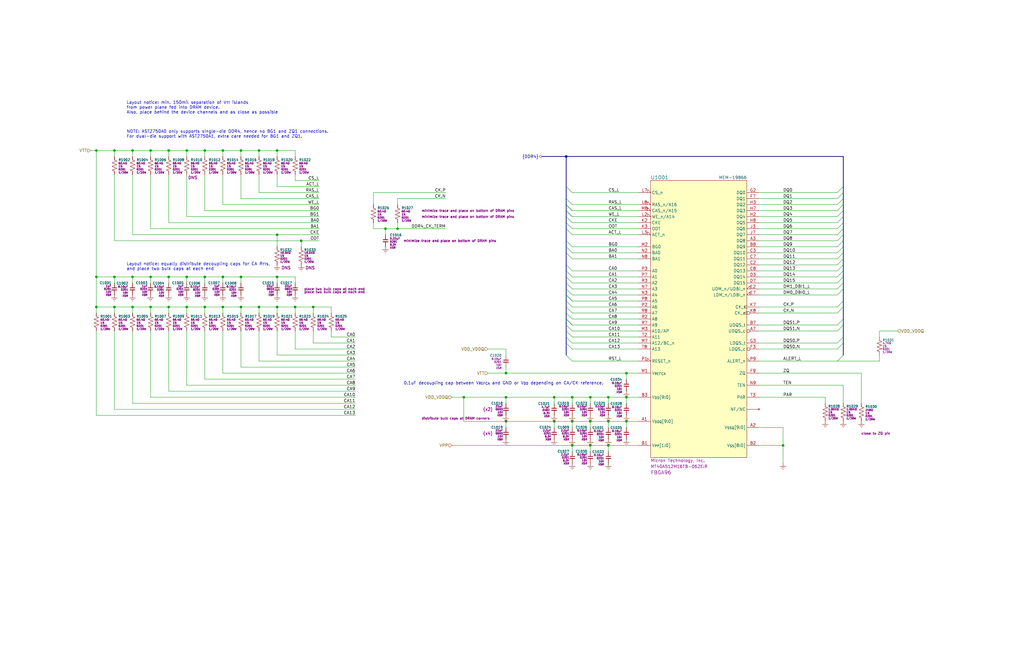
<source format=kicad_sch>
(kicad_sch (version 20231120) (generator "eeschema") (generator_version "8.0")
  (paper "B")
  (title_block (title "${PROJ}") (rev "${REV}") (company "${RPN}") (comment 1 "DDR4"))
  (junction (at 55.88 63.5))
  (junction (at 109.22 63.5))
  (junction (at 71.12 63.5))
  (junction (at 124.46 129.54))
  (junction (at 78.74 116.84))
  (junction (at 233.68 177.8))
  (junction (at 86.36 116.84))
  (junction (at 55.88 116.84))
  (junction (at 48.26 63.5))
  (junction (at 101.6 129.54))
  (junction (at 55.88 129.54))
  (junction (at 48.26 129.54))
  (junction (at 63.5 63.5))
  (junction (at 256.54 177.8))
  (junction (at 71.12 116.84))
  (junction (at 78.74 63.5))
  (junction (at 116.84 116.84))
  (junction (at 71.12 129.54))
  (junction (at 213.36 167.64))
  (junction (at 264.16 177.8))
  (junction (at 241.3 187.96))
  (junction (at 233.68 167.64))
  (junction (at 256.54 187.96))
  (junction (at 127 101.6))
  (junction (at 167.64 96.52))
  (junction (at 241.3 177.8))
  (junction (at 78.74 129.54))
  (junction (at 63.5 129.54))
  (junction (at 40.64 63.5))
  (junction (at 116.84 63.5))
  (junction (at 248.92 167.64))
  (junction (at 116.84 129.54))
  (junction (at 213.36 157.48))
  (junction (at 101.6 116.84))
  (junction (at 330.2 187.96))
  (junction (at 241.3 167.64))
  (junction (at 116.84 99.06))
  (junction (at 86.36 63.5))
  (junction (at 93.98 63.5))
  (junction (at 248.92 187.96))
  (junction (at 213.36 177.8))
  (junction (at 101.6 63.5))
  (junction (at 109.22 129.54))
  (junction (at 264.16 157.48))
  (junction (at 93.98 116.84))
  (junction (at 238.76 66.04))
  (junction (at 86.36 129.54))
  (junction (at 93.98 129.54))
  (junction (at 264.16 167.64))
  (junction (at 195.58 167.64))
  (junction (at 48.26 116.84))
  (junction (at 132.08 129.54))
  (junction (at 40.64 116.84))
  (junction (at 248.92 177.8))
  (junction (at 162.56 96.52))
  (junction (at 256.54 167.64))
  (junction (at 63.5 116.84))
  (junction (at 40.64 129.54))
  (bus_entry (at 241.3 147.32) (size -2.54 -2.54))
  (bus_entry (at 241.3 96.52) (size -2.54 -2.54))
  (bus_entry (at 241.3 114.3) (size -2.54 -2.54))
  (bus_entry (at 241.3 137.16) (size -2.54 -2.54))
  (bus_entry (at 353.06 91.44) (size 2.54 -2.54))
  (bus_entry (at 241.3 127) (size -2.54 -2.54))
  (bus_entry (at 241.3 144.78) (size -2.54 -2.54))
  (bus_entry (at 353.06 99.06) (size 2.54 -2.54))
  (bus_entry (at 241.3 86.36) (size -2.54 -2.54))
  (bus_entry (at 353.06 104.14) (size 2.54 -2.54))
  (bus_entry (at 241.3 88.9) (size -2.54 -2.54))
  (bus_entry (at 353.06 86.36) (size 2.54 -2.54))
  (bus_entry (at 353.06 124.46) (size 2.54 -2.54))
  (bus_entry (at 353.06 152.4) (size 2.54 -2.54))
  (bus_entry (at 353.06 116.84) (size 2.54 -2.54))
  (bus_entry (at 353.06 147.32) (size 2.54 -2.54))
  (bus_entry (at 241.3 134.62) (size -2.54 -2.54))
  (bus_entry (at 241.3 109.22) (size -2.54 -2.54))
  (bus_entry (at 241.3 116.84) (size -2.54 -2.54))
  (bus_entry (at 353.06 81.28) (size 2.54 -2.54))
  (bus_entry (at 353.06 132.08) (size 2.54 -2.54))
  (bus_entry (at 241.3 91.44) (size -2.54 -2.54))
  (bus_entry (at 353.06 137.16) (size 2.54 -2.54))
  (bus_entry (at 241.3 142.24) (size -2.54 -2.54))
  (bus_entry (at 353.06 88.9) (size 2.54 -2.54))
  (bus_entry (at 241.3 137.16) (size -2.54 -2.54))
  (bus_entry (at 241.3 88.9) (size -2.54 -2.54))
  (bus_entry (at 241.3 127) (size -2.54 -2.54))
  (bus_entry (at 241.3 81.28) (size -2.54 -2.54))
  (bus_entry (at 353.06 139.7) (size 2.54 -2.54))
  (bus_entry (at 241.3 91.44) (size -2.54 -2.54))
  (bus_entry (at 353.06 83.82) (size 2.54 -2.54))
  (bus_entry (at 241.3 119.38) (size -2.54 -2.54))
  (bus_entry (at 353.06 144.78) (size 2.54 -2.54))
  (bus_entry (at 241.3 106.68) (size -2.54 -2.54))
  (bus_entry (at 241.3 121.92) (size -2.54 -2.54))
  (bus_entry (at 241.3 93.98) (size -2.54 -2.54))
  (bus_entry (at 241.3 104.14) (size -2.54 -2.54))
  (bus_entry (at 241.3 99.06) (size -2.54 -2.54))
  (bus_entry (at 353.06 96.52) (size 2.54 -2.54))
  (bus_entry (at 241.3 139.7) (size -2.54 -2.54))
  (bus_entry (at 353.06 121.92) (size 2.54 -2.54))
  (bus_entry (at 353.06 119.38) (size 2.54 -2.54))
  (bus_entry (at 241.3 132.08) (size -2.54 -2.54))
  (bus_entry (at 353.06 111.76) (size 2.54 -2.54))
  (bus_entry (at 353.06 101.6) (size 2.54 -2.54))
  (bus_entry (at 353.06 106.68) (size 2.54 -2.54))
  (bus_entry (at 353.06 93.98) (size 2.54 -2.54))
  (bus_entry (at 241.3 124.46) (size -2.54 -2.54))
  (bus_entry (at 241.3 129.54) (size -2.54 -2.54))
  (bus_entry (at 241.3 152.4) (size -2.54 -2.54))
  (bus_entry (at 353.06 114.3) (size 2.54 -2.54))
  (bus_entry (at 353.06 109.22) (size 2.54 -2.54))
  (bus_entry (at 353.06 129.54) (size 2.54 -2.54))
  (wire (pts (xy 256.54 167.64) (xy 256.54 170.18)))
  (wire (pts (xy 347.98 167.64) (xy 347.98 170.18)))
  (wire (pts (xy 320.04 121.92) (xy 353.06 121.92)))
  (wire (pts (xy 86.36 129.54) (xy 86.36 132.08)))
  (wire (pts (xy 320.04 106.68) (xy 353.06 106.68)))
  (wire (pts (xy 320.04 86.36) (xy 353.06 86.36)))
  (wire (pts (xy 71.12 116.84) (xy 78.74 116.84)))
  (bus (pts (xy 355.6 81.28) (xy 355.6 83.82)))
  (bus (pts (xy 238.76 83.82) (xy 238.76 86.36)))
  (wire (pts (xy 101.6 129.54) (xy 109.22 129.54)))
  (wire (pts (xy 86.36 116.84) (xy 93.98 116.84)))
  (wire (pts (xy 241.3 121.92) (xy 269.24 121.92)))
  (wire (pts (xy 48.26 172.72) (xy 149.86 172.72)))
  (wire (pts (xy 109.22 63.5) (xy 109.22 66.04)))
  (bus (pts (xy 355.6 104.14) (xy 355.6 106.68)))
  (bus (pts (xy 355.6 129.54) (xy 355.6 134.62)))
  (bus (pts (xy 238.76 86.36) (xy 238.76 88.9)))
  (wire (pts (xy 48.26 129.54) (xy 48.26 132.08)))
  (wire (pts (xy 320.04 93.98) (xy 353.06 93.98)))
  (bus (pts (xy 355.6 111.76) (xy 355.6 114.3)))
  (bus (pts (xy 238.76 116.84) (xy 238.76 119.38)))
  (wire (pts (xy 101.6 63.5) (xy 101.6 66.04)))
  (bus (pts (xy 238.76 66.04) (xy 355.6 66.04)))
  (wire (pts (xy 320.04 119.38) (xy 353.06 119.38)))
  (wire (pts (xy 233.68 167.64) (xy 233.68 170.18)))
  (wire (pts (xy 241.3 134.62) (xy 269.24 134.62)))
  (wire (pts (xy 213.36 154.94) (xy 213.36 157.48)))
  (wire (pts (xy 213.36 147.32) (xy 213.36 149.86)))
  (wire (pts (xy 78.74 129.54) (xy 78.74 132.08)))
  (wire (pts (xy 167.64 83.82) (xy 187.96 83.82)))
  (wire (pts (xy 86.36 63.5) (xy 93.98 63.5)))
  (wire (pts (xy 109.22 81.28) (xy 134.62 81.28)))
  (wire (pts (xy 63.5 167.64) (xy 149.86 167.64)))
  (wire (pts (xy 78.74 63.5) (xy 86.36 63.5)))
  (wire (pts (xy 116.84 116.84) (xy 124.46 116.84)))
  (wire (pts (xy 124.46 73.66) (xy 124.46 76.2)))
  (bus (pts (xy 355.6 127) (xy 355.6 129.54)))
  (wire (pts (xy 93.98 129.54) (xy 101.6 129.54)))
  (wire (pts (xy 320.04 96.52) (xy 353.06 96.52)))
  (wire (pts (xy 320.04 104.14) (xy 353.06 104.14)))
  (wire (pts (xy 241.3 177.8) (xy 241.3 180.34)))
  (wire (pts (xy 241.3 142.24) (xy 269.24 142.24)))
  (wire (pts (xy 55.88 170.18) (xy 149.86 170.18)))
  (wire (pts (xy 241.3 144.78) (xy 269.24 144.78)))
  (wire (pts (xy 127 101.6) (xy 127 104.14)))
  (wire (pts (xy 71.12 63.5) (xy 78.74 63.5)))
  (wire (pts (xy 101.6 63.5) (xy 109.22 63.5)))
  (wire (pts (xy 241.3 127) (xy 269.24 127)))
  (wire (pts (xy 48.26 73.66) (xy 48.26 101.6)))
  (bus (pts (xy 238.76 106.68) (xy 238.76 111.76)))
  (wire (pts (xy 101.6 116.84) (xy 116.84 116.84)))
  (wire (pts (xy 48.26 63.5) (xy 48.26 66.04)))
  (wire (pts (xy 116.84 63.5) (xy 116.84 66.04)))
  (wire (pts (xy 241.3 86.36) (xy 269.24 86.36)))
  (wire (pts (xy 124.46 63.5) (xy 124.46 66.04)))
  (bus (pts (xy 355.6 121.92) (xy 355.6 127)))
  (wire (pts (xy 320.04 109.22) (xy 353.06 109.22)))
  (wire (pts (xy 48.26 116.84) (xy 55.88 116.84)))
  (wire (pts (xy 213.36 157.48) (xy 264.16 157.48)))
  (bus (pts (xy 238.76 134.62) (xy 238.76 137.16)))
  (wire (pts (xy 78.74 116.84) (xy 86.36 116.84)))
  (wire (pts (xy 55.88 63.5) (xy 55.88 66.04)))
  (wire (pts (xy 241.3 114.3) (xy 269.24 114.3)))
  (wire (pts (xy 256.54 177.8) (xy 256.54 180.34)))
  (wire (pts (xy 38.1 63.5) (xy 40.64 63.5)))
  (wire (pts (xy 124.46 139.7) (xy 124.46 147.32)))
  (wire (pts (xy 101.6 139.7) (xy 101.6 154.94)))
  (wire (pts (xy 93.98 63.5) (xy 101.6 63.5)))
  (wire (pts (xy 78.74 116.84) (xy 78.74 119.38)))
  (wire (pts (xy 241.3 187.96) (xy 248.92 187.96)))
  (wire (pts (xy 195.58 167.64) (xy 195.58 177.8)))
  (wire (pts (xy 241.3 88.9) (xy 269.24 88.9)))
  (wire (pts (xy 248.92 167.64) (xy 248.92 170.18)))
  (wire (pts (xy 93.98 116.84) (xy 101.6 116.84)))
  (wire (pts (xy 124.46 116.84) (xy 124.46 119.38)))
  (wire (pts (xy 157.48 93.98) (xy 157.48 96.52)))
  (bus (pts (xy 238.76 114.3) (xy 238.76 116.84)))
  (wire (pts (xy 370.84 149.86) (xy 370.84 152.4)))
  (wire (pts (xy 48.26 139.7) (xy 48.26 172.72)))
  (wire (pts (xy 241.3 147.32) (xy 269.24 147.32)))
  (wire (pts (xy 264.16 177.8) (xy 264.16 180.34)))
  (wire (pts (xy 241.3 99.06) (xy 269.24 99.06)))
  (wire (pts (xy 213.36 167.64) (xy 233.68 167.64)))
  (wire (pts (xy 78.74 91.44) (xy 134.62 91.44)))
  (wire (pts (xy 40.64 175.26) (xy 149.86 175.26)))
  (wire (pts (xy 248.92 177.8) (xy 248.92 180.34)))
  (wire (pts (xy 93.98 129.54) (xy 93.98 132.08)))
  (wire (pts (xy 241.3 116.84) (xy 269.24 116.84)))
  (wire (pts (xy 139.7 139.7) (xy 139.7 142.24)))
  (bus (pts (xy 355.6 99.06) (xy 355.6 101.6)))
  (wire (pts (xy 109.22 139.7) (xy 109.22 152.4)))
  (wire (pts (xy 195.58 167.64) (xy 213.36 167.64)))
  (wire (pts (xy 71.12 139.7) (xy 71.12 165.1)))
  (wire (pts (xy 86.36 139.7) (xy 86.36 160.02)))
  (wire (pts (xy 109.22 73.66) (xy 109.22 81.28)))
  (bus (pts (xy 355.6 106.68) (xy 355.6 109.22)))
  (wire (pts (xy 320.04 111.76) (xy 353.06 111.76)))
  (wire (pts (xy 55.88 129.54) (xy 63.5 129.54)))
  (bus (pts (xy 355.6 119.38) (xy 355.6 121.92)))
  (wire (pts (xy 320.04 99.06) (xy 353.06 99.06)))
  (wire (pts (xy 205.74 147.32) (xy 213.36 147.32)))
  (wire (pts (xy 132.08 129.54) (xy 132.08 132.08)))
  (wire (pts (xy 86.36 160.02) (xy 149.86 160.02)))
  (bus (pts (xy 355.6 66.04) (xy 355.6 78.74)))
  (bus (pts (xy 355.6 83.82) (xy 355.6 86.36)))
  (wire (pts (xy 241.3 177.8) (xy 248.92 177.8)))
  (bus (pts (xy 355.6 137.16) (xy 355.6 142.24)))
  (bus (pts (xy 238.76 66.04) (xy 238.76 78.74)))
  (wire (pts (xy 320.04 132.08) (xy 353.06 132.08)))
  (wire (pts (xy 320.04 81.28) (xy 353.06 81.28)))
  (wire (pts (xy 370.84 139.7) (xy 370.84 142.24)))
  (wire (pts (xy 78.74 162.56) (xy 149.86 162.56)))
  (wire (pts (xy 109.22 152.4) (xy 149.86 152.4)))
  (wire (pts (xy 132.08 129.54) (xy 139.7 129.54)))
  (wire (pts (xy 40.64 63.5) (xy 40.64 116.84)))
  (wire (pts (xy 320.04 187.96) (xy 330.2 187.96)))
  (bus (pts (xy 238.76 132.08) (xy 238.76 134.62)))
  (wire (pts (xy 320.04 139.7) (xy 353.06 139.7)))
  (wire (pts (xy 71.12 165.1) (xy 149.86 165.1)))
  (bus (pts (xy 238.76 121.92) (xy 238.76 124.46)))
  (wire (pts (xy 86.36 88.9) (xy 134.62 88.9)))
  (wire (pts (xy 78.74 129.54) (xy 86.36 129.54)))
  (wire (pts (xy 320.04 91.44) (xy 353.06 91.44)))
  (wire (pts (xy 63.5 116.84) (xy 71.12 116.84)))
  (wire (pts (xy 63.5 129.54) (xy 63.5 132.08)))
  (wire (pts (xy 320.04 147.32) (xy 353.06 147.32)))
  (wire (pts (xy 241.3 96.52) (xy 269.24 96.52)))
  (wire (pts (xy 93.98 86.36) (xy 134.62 86.36)))
  (wire (pts (xy 241.3 124.46) (xy 269.24 124.46)))
  (bus (pts (xy 355.6 86.36) (xy 355.6 88.9)))
  (wire (pts (xy 93.98 73.66) (xy 93.98 86.36)))
  (wire (pts (xy 256.54 167.64) (xy 264.16 167.64)))
  (wire (pts (xy 101.6 116.84) (xy 101.6 119.38)))
  (bus (pts (xy 238.76 129.54) (xy 238.76 132.08)))
  (wire (pts (xy 48.26 129.54) (xy 55.88 129.54)))
  (bus (pts (xy 238.76 104.14) (xy 238.76 106.68)))
  (wire (pts (xy 213.36 177.8) (xy 233.68 177.8)))
  (wire (pts (xy 241.3 152.4) (xy 269.24 152.4)))
  (wire (pts (xy 330.2 180.34) (xy 330.2 187.96)))
  (wire (pts (xy 320.04 116.84) (xy 353.06 116.84)))
  (bus (pts (xy 238.76 93.98) (xy 238.76 96.52)))
  (wire (pts (xy 162.56 96.52) (xy 162.56 99.06)))
  (bus (pts (xy 238.76 119.38) (xy 238.76 121.92)))
  (wire (pts (xy 320.04 129.54) (xy 353.06 129.54)))
  (bus (pts (xy 355.6 116.84) (xy 355.6 119.38)))
  (bus (pts (xy 355.6 96.52) (xy 355.6 99.06)))
  (wire (pts (xy 256.54 177.8) (xy 264.16 177.8)))
  (wire (pts (xy 241.3 129.54) (xy 269.24 129.54)))
  (wire (pts (xy 256.54 187.96) (xy 256.54 190.5)))
  (bus (pts (xy 355.6 142.24) (xy 355.6 144.78)))
  (wire (pts (xy 71.12 63.5) (xy 71.12 66.04)))
  (bus (pts (xy 238.76 124.46) (xy 238.76 127)))
  (wire (pts (xy 241.3 132.08) (xy 269.24 132.08)))
  (wire (pts (xy 330.2 187.96) (xy 330.2 195.58)))
  (wire (pts (xy 264.16 167.64) (xy 264.16 170.18)))
  (wire (pts (xy 320.04 101.6) (xy 353.06 101.6)))
  (wire (pts (xy 71.12 116.84) (xy 71.12 119.38)))
  (wire (pts (xy 93.98 139.7) (xy 93.98 157.48)))
  (bus (pts (xy 238.76 142.24) (xy 238.76 144.78)))
  (wire (pts (xy 320.04 167.64) (xy 347.98 167.64)))
  (bus (pts (xy 355.6 93.98) (xy 355.6 96.52)))
  (wire (pts (xy 71.12 93.98) (xy 134.62 93.98)))
  (wire (pts (xy 86.36 129.54) (xy 93.98 129.54)))
  (wire (pts (xy 48.26 63.5) (xy 55.88 63.5)))
  (wire (pts (xy 116.84 63.5) (xy 124.46 63.5)))
  (wire (pts (xy 241.3 137.16) (xy 269.24 137.16)))
  (bus (pts (xy 355.6 134.62) (xy 355.6 137.16)))
  (wire (pts (xy 40.64 139.7) (xy 40.64 175.26)))
  (wire (pts (xy 48.26 101.6) (xy 127 101.6)))
  (wire (pts (xy 116.84 73.66) (xy 116.84 78.74)))
  (wire (pts (xy 78.74 63.5) (xy 78.74 66.04)))
  (wire (pts (xy 167.64 83.82) (xy 167.64 86.36)))
  (wire (pts (xy 195.58 177.8) (xy 213.36 177.8)))
  (bus (pts (xy 355.6 114.3) (xy 355.6 116.84)))
  (wire (pts (xy 109.22 129.54) (xy 116.84 129.54)))
  (wire (pts (xy 190.5 187.96) (xy 241.3 187.96)))
  (bus (pts (xy 355.6 78.74) (xy 355.6 81.28)))
  (wire (pts (xy 40.64 116.84) (xy 48.26 116.84)))
  (wire (pts (xy 256.54 187.96) (xy 269.24 187.96)))
  (wire (pts (xy 124.46 76.2) (xy 134.62 76.2)))
  (wire (pts (xy 63.5 139.7) (xy 63.5 167.64)))
  (wire (pts (xy 264.16 157.48) (xy 264.16 160.02)))
  (bus (pts (xy 238.76 101.6) (xy 238.76 104.14)))
  (wire (pts (xy 157.48 81.28) (xy 157.48 86.36)))
  (bus (pts (xy 228.6 66.04) (xy 238.76 66.04)))
  (wire (pts (xy 124.46 129.54) (xy 132.08 129.54)))
  (wire (pts (xy 248.92 187.96) (xy 248.92 190.5)))
  (wire (pts (xy 320.04 124.46) (xy 353.06 124.46)))
  (wire (pts (xy 101.6 129.54) (xy 101.6 132.08)))
  (bus (pts (xy 238.76 144.78) (xy 238.76 149.86)))
  (wire (pts (xy 109.22 129.54) (xy 109.22 132.08)))
  (wire (pts (xy 55.88 116.84) (xy 63.5 116.84)))
  (wire (pts (xy 116.84 129.54) (xy 116.84 132.08)))
  (wire (pts (xy 93.98 116.84) (xy 93.98 119.38)))
  (bus (pts (xy 238.76 96.52) (xy 238.76 101.6)))
  (wire (pts (xy 139.7 129.54) (xy 139.7 132.08)))
  (wire (pts (xy 63.5 73.66) (xy 63.5 96.52)))
  (wire (pts (xy 116.84 116.84) (xy 116.84 119.38)))
  (wire (pts (xy 101.6 154.94) (xy 149.86 154.94)))
  (bus (pts (xy 238.76 137.16) (xy 238.76 139.7)))
  (wire (pts (xy 248.92 167.64) (xy 256.54 167.64)))
  (wire (pts (xy 248.92 177.8) (xy 256.54 177.8)))
  (wire (pts (xy 241.3 109.22) (xy 269.24 109.22)))
  (wire (pts (xy 241.3 106.68) (xy 269.24 106.68)))
  (wire (pts (xy 55.88 73.66) (xy 55.88 99.06)))
  (wire (pts (xy 320.04 180.34) (xy 330.2 180.34)))
  (wire (pts (xy 127 101.6) (xy 134.62 101.6)))
  (bus (pts (xy 355.6 91.44) (xy 355.6 93.98)))
  (wire (pts (xy 86.36 73.66) (xy 86.36 88.9)))
  (wire (pts (xy 116.84 139.7) (xy 116.84 149.86)))
  (wire (pts (xy 320.04 137.16) (xy 353.06 137.16)))
  (wire (pts (xy 63.5 116.84) (xy 63.5 119.38)))
  (wire (pts (xy 353.06 152.4) (xy 370.84 152.4)))
  (wire (pts (xy 116.84 99.06) (xy 116.84 104.14)))
  (wire (pts (xy 93.98 63.5) (xy 93.98 66.04)))
  (wire (pts (xy 78.74 73.66) (xy 78.74 91.44)))
  (wire (pts (xy 157.48 81.28) (xy 187.96 81.28)))
  (wire (pts (xy 63.5 63.5) (xy 71.12 63.5)))
  (wire (pts (xy 124.46 147.32) (xy 149.86 147.32)))
  (wire (pts (xy 63.5 63.5) (xy 63.5 66.04)))
  (wire (pts (xy 116.84 129.54) (xy 124.46 129.54)))
  (wire (pts (xy 233.68 177.8) (xy 241.3 177.8)))
  (wire (pts (xy 40.64 116.84) (xy 40.64 129.54)))
  (bus (pts (xy 238.76 139.7) (xy 238.76 142.24)))
  (bus (pts (xy 355.6 88.9) (xy 355.6 91.44)))
  (wire (pts (xy 55.88 139.7) (xy 55.88 170.18)))
  (bus (pts (xy 238.76 127) (xy 238.76 129.54)))
  (wire (pts (xy 233.68 177.8) (xy 233.68 180.34)))
  (wire (pts (xy 167.64 96.52) (xy 187.96 96.52)))
  (wire (pts (xy 55.88 63.5) (xy 63.5 63.5)))
  (wire (pts (xy 48.26 116.84) (xy 48.26 119.38)))
  (wire (pts (xy 109.22 63.5) (xy 116.84 63.5)))
  (wire (pts (xy 355.6 162.56) (xy 355.6 170.18)))
  (wire (pts (xy 132.08 144.78) (xy 149.86 144.78)))
  (wire (pts (xy 320.04 157.48) (xy 363.22 157.48)))
  (wire (pts (xy 213.36 167.64) (xy 213.36 170.18)))
  (wire (pts (xy 241.3 81.28) (xy 269.24 81.28)))
  (wire (pts (xy 320.04 144.78) (xy 353.06 144.78)))
  (wire (pts (xy 241.3 104.14) (xy 269.24 104.14)))
  (wire (pts (xy 40.64 63.5) (xy 48.26 63.5)))
  (wire (pts (xy 162.56 96.52) (xy 157.48 96.52)))
  (wire (pts (xy 63.5 129.54) (xy 71.12 129.54)))
  (wire (pts (xy 101.6 73.66) (xy 101.6 83.82)))
  (wire (pts (xy 71.12 129.54) (xy 78.74 129.54)))
  (wire (pts (xy 116.84 149.86) (xy 149.86 149.86)))
  (wire (pts (xy 93.98 157.48) (xy 149.86 157.48)))
  (wire (pts (xy 71.12 129.54) (xy 71.12 132.08)))
  (wire (pts (xy 63.5 96.52) (xy 134.62 96.52)))
  (bus (pts (xy 238.76 78.74) (xy 238.76 83.82)))
  (bus (pts (xy 238.76 91.44) (xy 238.76 93.98)))
  (wire (pts (xy 241.3 167.64) (xy 248.92 167.64)))
  (wire (pts (xy 86.36 116.84) (xy 86.36 119.38)))
  (bus (pts (xy 238.76 88.9) (xy 238.76 91.44)))
  (wire (pts (xy 55.88 99.06) (xy 116.84 99.06)))
  (bus (pts (xy 238.76 111.76) (xy 238.76 114.3)))
  (wire (pts (xy 241.3 187.96) (xy 241.3 190.5)))
  (wire (pts (xy 101.6 83.82) (xy 134.62 83.82)))
  (wire (pts (xy 320.04 152.4) (xy 353.06 152.4)))
  (wire (pts (xy 264.16 157.48) (xy 269.24 157.48)))
  (wire (pts (xy 167.64 93.98) (xy 167.64 96.52)))
  (bus (pts (xy 355.6 144.78) (xy 355.6 149.86)))
  (wire (pts (xy 40.64 129.54) (xy 48.26 129.54)))
  (wire (pts (xy 190.5 167.64) (xy 195.58 167.64)))
  (wire (pts (xy 264.16 177.8) (xy 269.24 177.8)))
  (wire (pts (xy 205.74 157.48) (xy 213.36 157.48)))
  (wire (pts (xy 86.36 63.5) (xy 86.36 66.04)))
  (wire (pts (xy 124.46 129.54) (xy 124.46 132.08)))
  (bus (pts (xy 355.6 109.22) (xy 355.6 111.76)))
  (wire (pts (xy 241.3 139.7) (xy 269.24 139.7)))
  (wire (pts (xy 370.84 139.7) (xy 378.46 139.7)))
  (wire (pts (xy 162.56 96.52) (xy 167.64 96.52)))
  (wire (pts (xy 233.68 167.64) (xy 241.3 167.64)))
  (wire (pts (xy 55.88 116.84) (xy 55.88 119.38)))
  (wire (pts (xy 213.36 177.8) (xy 213.36 180.34)))
  (wire (pts (xy 132.08 139.7) (xy 132.08 144.78)))
  (wire (pts (xy 320.04 114.3) (xy 353.06 114.3)))
  (bus (pts (xy 355.6 101.6) (xy 355.6 104.14)))
  (wire (pts (xy 241.3 119.38) (xy 269.24 119.38)))
  (wire (pts (xy 264.16 167.64) (xy 269.24 167.64)))
  (wire (pts (xy 116.84 99.06) (xy 134.62 99.06)))
  (wire (pts (xy 241.3 167.64) (xy 241.3 170.18)))
  (wire (pts (xy 139.7 142.24) (xy 149.86 142.24)))
  (wire (pts (xy 320.04 83.82) (xy 353.06 83.82)))
  (wire (pts (xy 320.04 88.9) (xy 353.06 88.9)))
  (wire (pts (xy 256.54 187.96) (xy 248.92 187.96)))
  (wire (pts (xy 55.88 129.54) (xy 55.88 132.08)))
  (wire (pts (xy 320.04 162.56) (xy 355.6 162.56)))
  (wire (pts (xy 241.3 93.98) (xy 269.24 93.98)))
  (wire (pts (xy 363.22 157.48) (xy 363.22 170.18)))
  (wire (pts (xy 116.84 78.74) (xy 134.62 78.74)))
  (wire (pts (xy 71.12 73.66) (xy 71.12 93.98)))
  (wire (pts (xy 40.64 129.54) (xy 40.64 132.08)))
  (wire (pts (xy 78.74 139.7) (xy 78.74 162.56)))
  (wire (pts (xy 241.3 91.44) (xy 269.24 91.44)))
  (text "NOTE: AST2750A0 only supports single-die DDR4, hence no BG1 and ZQ1 connections.\nFor dual-die support with AST2750A1, extra care needed for BG1 and ZQ1." (at 53.34 58.42 0) (effects (font (size 1.27 1.27)) (justify left bottom)))
  (text "0.1uF decoupling cap between V_{REFCA} and GND or V_{DD} depending on CA/CK reference." (at 170.18 162.56 0) (effects (font (size 1.27 1.27)) (justify left bottom)))
  (text "Layout notice: equally distribute decoupling caps for CA R_{TT}s,\nand place two bulk caps at each end" (at 53.34 114.3 0) (effects (font (size 1.27 1.27)) (justify left bottom)))
  (text "Layout notice: min. 150mil separation of V_{TT} islands \nfrom power plane fed into DRAM device.\nAlso, place behind the device channels and as close as possible" (at 53.34 48.26 0) (effects (font (size 1.27 1.27)) (justify left bottom)))
  (label "CA10" (at 256.54 139.7 0))
  (label "DQ12" (at 330.2 111.76 0))
  (label "CA12" (at 256.54 144.78 0))
  (label "DQS1.N" (at 330.2 139.7 0))
  (label "ZQ" (at 330.2 157.48 0))
  (label "CA8" (at 256.54 134.62 0))
  (label "BG1" (at 134.62 91.44 180))
  (label "CA5" (at 256.54 127 0))
  (label "DQ14" (at 330.2 116.84 0))
  (label "CA2" (at 256.54 119.38 0))
  (label "CA0" (at 256.54 114.3 0))
  (label "DM1_DBI1_L" (at 330.2 121.92 0))
  (label "CAS_L" (at 256.54 88.9 0))
  (label "DM0_DBI0_L" (at 330.2 124.46 0))
  (label "DQ8" (at 330.2 101.6 0))
  (label "BA0" (at 256.54 106.68 0))
  (label "ACT_L" (at 256.54 99.06 0))
  (label "DQS0.P" (at 330.2 144.78 0))
  (label "CA13" (at 256.54 147.32 0))
  (label "BA1" (at 134.62 96.52 180))
  (label "DQ0" (at 330.2 81.28 0))
  (label "TEN" (at 330.2 162.56 0))
  (label "CK.N" (at 330.2 132.08 0))
  (label "DQ4" (at 330.2 91.44 0))
  (label "BA0" (at 134.62 93.98 180))
  (label "ACT_L" (at 134.62 78.74 180))
  (label "DQ3" (at 330.2 88.9 0))
  (label "CA4" (at 149.86 152.4 180))
  (label "RST_L" (at 256.54 152.4 0))
  (label "DDR4_CK_TERM" (at 187.96 96.52 180))
  (label "BA1" (at 256.54 109.22 0))
  (label "DQ9" (at 330.2 104.14 0))
  (label "DQ10" (at 330.2 106.68 0))
  (label "CS_L" (at 134.62 76.2 180))
  (label "DQS0.N" (at 330.2 147.32 0))
  (label "CA13" (at 149.86 175.26 180))
  (label "CA7" (at 256.54 132.08 0))
  (label "CAS_L" (at 134.62 83.82 180))
  (label "CK.N" (at 187.96 83.82 180))
  (label "DQ6" (at 330.2 96.52 0))
  (label "CA3" (at 149.86 149.86 180))
  (label "CA7" (at 149.86 160.02 180))
  (label "ALERT_L" (at 330.2 152.4 0))
  (label "ODT" (at 134.62 101.6 180))
  (label "CA6" (at 256.54 129.54 0))
  (label "CS_L" (at 256.54 81.28 0))
  (label "CA9" (at 256.54 137.16 0))
  (label "CA2" (at 149.86 147.32 180))
  (label "DQ1" (at 330.2 83.82 0))
  (label "RAS_L" (at 256.54 86.36 0))
  (label "DQ13" (at 330.2 114.3 0))
  (label "CA12" (at 149.86 172.72 180))
  (label "CA10" (at 149.86 167.64 180))
  (label "BG0" (at 134.62 88.9 180))
  (label "CA6" (at 149.86 157.48 180))
  (label "CKE" (at 256.54 93.98 0))
  (label "CA9" (at 149.86 165.1 180))
  (label "CA5" (at 149.86 154.94 180))
  (label "CA8" (at 149.86 162.56 180))
  (label "ODT" (at 256.54 96.52 0))
  (label "CK.P" (at 187.96 81.28 180))
  (label "PAR" (at 330.2 167.64 0))
  (label "CKE" (at 134.62 99.06 180))
  (label "DQ15" (at 330.2 119.38 0))
  (label "RAS_L" (at 134.62 81.28 180))
  (label "DQ7" (at 330.2 99.06 0))
  (label "DQ2" (at 330.2 86.36 0))
  (label "DQ5" (at 330.2 93.98 0))
  (label "CA1" (at 149.86 144.78 180))
  (label "DQ11" (at 330.2 109.22 0))
  (label "CK.P" (at 330.2 129.54 0))
  (label "WE_L" (at 256.54 91.44 0))
  (label "CA11" (at 256.54 142.24 0))
  (label "CA3" (at 256.54 121.92 0))
  (label "CA0" (at 149.86 142.24 180))
  (label "CA11" (at 149.86 170.18 180))
  (label "CA4" (at 256.54 124.46 0))
  (label "DQS1.P" (at 330.2 137.16 0))
  (label "CA1" (at 256.54 116.84 0))
  (label "BG0" (at 256.54 104.14 0))
  (label "WE_L" (at 134.62 86.36 180))
  (hierarchical_label "VDD_VDDQ" (shape input) (at 190.5 167.64 180))
  (hierarchical_label "VTT" (shape input) (at 205.74 157.48 180))
  (hierarchical_label "VTT" (shape input) (at 38.1 63.5 180))
  (hierarchical_label "VDD_VDDQ" (shape input) (at 378.46 139.7 0))
  (hierarchical_label "{DDR4}" (shape bidirectional) (at 228.6 66.04 180))
  (hierarchical_label "VDD_VDDQ" (shape input) (at 205.74 147.32 180))
  (hierarchical_label "VPP" (shape input) (at 190.5 187.96 180))
  (symbol (lib_id "Resistors:RES-2604A") (at 101.6 69.85 0) (unit 1)
    (property "Reference" "R1016" (at 103.251 67.4415 0) (effects (font (size 1 1)) (justify left)))
    (property "Value" "RES-2604A" (effects (hide yes)))
    (property "Description" "RES, 60.4Ω, 1%, 0201, 1/20W, <50V, 0.26mm" (effects (hide yes)))
    (property "val" "60.4Ω" (at 103.251 68.8768 0) (effects (font (size 0.8 0.8)) (justify left)))
    (property "tol" "1%" (at 103.251 70.1808 0) (effects (font (size 0.8 0.8)) (justify left)))
    (property "Sim.Device" "R" (effects (hide yes)))
    (property "pkg" "0201" (at 103.251 71.4848 0) (effects (font (size 0.8 0.8)) (justify left)))
    (property "Sim.Pins" "1=+ 2=-" (effects (hide yes)))
    (property "pwr" "1/20W" (at 103.251 72.7888 0) (effects (font (size 0.8 0.8)) (justify left)))
    (property "Sim.Params" "r=\"${val}\"" (effects (hide yes)))
    (property "height" "0.26mm" (effects (hide yes)))
  )
  (symbol (lib_id "Resistors:RES-2604A") (at 167.64 90.17 0) (unit 1)
    (property "Reference" "R1027" (at 169.291 87.7615 0) (effects (font (size 1 1)) (justify left)))
    (property "Value" "RES-2604A" (effects (hide yes)))
    (property "Description" "RES, 60.4Ω, 1%, 0201, 1/20W, <50V, 0.26mm" (effects (hide yes)))
    (property "val" "60.4Ω" (at 169.291 89.1968 0) (effects (font (size 0.8 0.8)) (justify left)))
    (property "tol" "1%" (at 169.291 90.5008 0) (effects (font (size 0.8 0.8)) (justify left)))
    (property "Sim.Device" "R" (effects (hide yes)))
    (property "pkg" "0201" (at 169.291 91.8048 0) (effects (font (size 0.8 0.8)) (justify left)))
    (property "Sim.Pins" "1=+ 2=-" (effects (hide yes)))
    (property "pwr" "1/20W" (at 169.291 93.1088 0) (effects (font (size 0.8 0.8)) (justify left)))
    (property "Sim.Params" "r=\"${val}\"" (effects (hide yes)))
    (property "height" "0.26mm" (effects (hide yes)))
    (property "placement" "minimize trace and place on bottom of DRAM pins" (at 177.8 88.9 0) (effects (font (size 1 1)) (justify left)))
  )
  (symbol (lib_id "Power:GND") (at 248.92 175.26 0) (unit 1) (in_bom no) (on_board no)
    (property "Reference" "#PWR01022" (effects (hide yes)))
    (property "Value" "GND" (effects (hide yes)))
    (property "Description" "Power symbol creates a global label with name \"GND\"" (effects (hide yes)))
  )
  (symbol (lib_id "Capacitors, ceramic, Murata:CCM-822CC") (at 213.36 182.88 0) (mirror y) (unit 1)
    (property "Reference" "C1019" (at 212.09 180.34 0) (effects (font (size 1 1)) (justify left)))
    (property "Value" "CCM-822CC" (effects (hide yes)))
    (property "Description" "CAP, ceramic, 22µF, 0603, 10V, ±20%, X5R, 1.00 mm" (effects (hide yes)))
    (property "val" "22µF" (at 212.09 181.61 0) (effects (font (size 0.8 0.8)) (justify left)))
    (property "pkg" "0603" (at 212.09 182.88 0) (effects (font (size 0.8 0.8)) (justify left)))
    (property "mfr" "Murata" (effects (hide yes)))
    (property "volt" "10V" (at 212.09 184.15 0) (effects (font (size 0.8 0.8)) (justify left)))
    (property "Sim.Pins" "1=+ 2=-" (effects (hide yes)))
    (property "Sim.Device" "C" (effects (hide yes)))
    (property "type" "X5R" (at 212.09 185.42 0) (effects (font (size 0.8 0.8)) (justify left)))
    (property "Sim.Params" "c=${val}" (effects (hide yes)))
    (property "tol" "±20%" (effects (hide yes)))
    (property "height" "1.00mm" (effects (hide yes)))
    (property "mpn" "GRM188R61A226ME15" (effects (hide yes)))
    (property "replicate" "(x4)" (at 205.74 182.88 0))
    (property "placement" "distribute bulk caps at DRAM corners" (at 177.8 176.53 0) (effects (font (size 1 1)) (justify right)))
  )
  (symbol (lib_id "Power:GND") (at 264.16 185.42 0) (unit 1) (in_bom no) (on_board no)
    (property "Reference" "#PWR01034" (effects (hide yes)))
    (property "Value" "GND" (effects (hide yes)))
    (property "Description" "Power symbol creates a global label with name \"GND\"" (effects (hide yes)))
  )
  (symbol (lib_id "Resistors:RES-4470A") (at 370.84 146.05 0) (unit 1)
    (property "Reference" "R1031" (at 372.11 143.51 0) (effects (font (size 1 1)) (justify left)))
    (property "Value" "RES-4470A" (effects (hide yes)))
    (property "Description" "RES, 4.7KΩ, 1%, 0201, 1/20W, <50V, 0.26mm" (effects (hide yes)))
    (property "val" "4.7KΩ" (at 372.11 144.78 0) (effects (font (size 0.8 0.8)) (justify left)))
    (property "tol" "1%" (at 372.11 146.05 0) (effects (font (size 0.8 0.8)) (justify left)))
    (property "Sim.Device" "R" (effects (hide yes)))
    (property "pkg" "0201" (at 372.11 147.32 0) (effects (font (size 0.8 0.8)) (justify left)))
    (property "Sim.Pins" "1=+ 2=-" (effects (hide yes)))
    (property "pwr" "1/20W" (at 372.11 148.59 0) (effects (font (size 0.8 0.8)) (justify left)))
    (property "Sim.Params" "r=\"${val}\"" (effects (hide yes)))
    (property "height" "0.26mm" (effects (hide yes)))
  )
  (symbol (lib_id "Power:GND") (at 264.16 165.1 0) (unit 1) (in_bom no) (on_board no)
    (property "Reference" "#PWR01033" (effects (hide yes)))
    (property "Value" "GND" (effects (hide yes)))
    (property "Description" "Power symbol creates a global label with name \"GND\"" (effects (hide yes)))
  )
  (symbol (lib_id "Capacitors, ceramic, Murata:CCM-610AA") (at 71.12 121.92 0) (unit 1)
    (property "Reference" "C1004" (at 69.3039 119.5178 0) (effects (font (size 1 1)) (justify right)))
    (property "Value" "CCM-610AA" (effects (hide yes)))
    (property "Description" "CAP, ceramic, 0.10µF, 0201, 10V, ±20%, X5R, 0.33 mm" (effects (hide yes)))
    (property "val" "0.10µF" (at 69.3039 120.9531 0) (effects (font (size 0.8 0.8)) (justify right)))
    (property "pkg" "0201" (at 69.3039 122.2571 0) (effects (font (size 0.8 0.8)) (justify right)))
    (property "mfr" "Murata" (effects (hide yes)))
    (property "volt" "10V" (at 69.3039 123.5611 0) (effects (font (size 0.8 0.8)) (justify right)))
    (property "Sim.Pins" "1=+ 2=-" (effects (hide yes)))
    (property "Sim.Device" "C" (effects (hide yes)))
    (property "type" "X5R" (at 69.3039 124.8651 0) (effects (font (size 0.8 0.8)) (justify right)))
    (property "Sim.Params" "c=${val}" (effects (hide yes)))
    (property "tol" "±20%" (effects (hide yes)))
    (property "height" "0.33mm" (effects (hide yes)))
    (property "mpn" "GRM033R61A104ME15" (effects (hide yes)))
  )
  (symbol (lib_id "Resistors:RES-2604A") (at 93.98 135.89 0) (unit 1)
    (property "Reference" "R1015" (at 95.631 133.4815 0) (effects (font (size 1 1)) (justify left)))
    (property "Value" "RES-2604A" (effects (hide yes)))
    (property "Description" "RES, 60.4Ω, 1%, 0201, 1/20W, <50V, 0.26mm" (effects (hide yes)))
    (property "val" "60.4Ω" (at 95.631 134.9168 0) (effects (font (size 0.8 0.8)) (justify left)))
    (property "tol" "1%" (at 95.631 136.2208 0) (effects (font (size 0.8 0.8)) (justify left)))
    (property "Sim.Device" "R" (effects (hide yes)))
    (property "pkg" "0201" (at 95.631 137.5248 0) (effects (font (size 0.8 0.8)) (justify left)))
    (property "Sim.Pins" "1=+ 2=-" (effects (hide yes)))
    (property "pwr" "1/20W" (at 95.631 138.8288 0) (effects (font (size 0.8 0.8)) (justify left)))
    (property "Sim.Params" "r=\"${val}\"" (effects (hide yes)))
    (property "height" "0.26mm" (effects (hide yes)))
  )
  (symbol (lib_id "Resistors:RES-2604A") (at 86.36 135.89 0) (unit 1)
    (property "Reference" "R1013" (at 88.011 133.4815 0) (effects (font (size 1 1)) (justify left)))
    (property "Value" "RES-2604A" (effects (hide yes)))
    (property "Description" "RES, 60.4Ω, 1%, 0201, 1/20W, <50V, 0.26mm" (effects (hide yes)))
    (property "val" "60.4Ω" (at 88.011 134.9168 0) (effects (font (size 0.8 0.8)) (justify left)))
    (property "tol" "1%" (at 88.011 136.2208 0) (effects (font (size 0.8 0.8)) (justify left)))
    (property "Sim.Device" "R" (effects (hide yes)))
    (property "pkg" "0201" (at 88.011 137.5248 0) (effects (font (size 0.8 0.8)) (justify left)))
    (property "Sim.Pins" "1=+ 2=-" (effects (hide yes)))
    (property "pwr" "1/20W" (at 88.011 138.8288 0) (effects (font (size 0.8 0.8)) (justify left)))
    (property "Sim.Params" "r=\"${val}\"" (effects (hide yes)))
    (property "height" "0.26mm" (effects (hide yes)))
  )
  (symbol (lib_id "Capacitors, ceramic, Murata:CCM-610AA") (at 256.54 172.72 0) (mirror y) (unit 1)
    (property "Reference" "C1025" (at 255.27 170.18 0) (effects (font (size 1 1)) (justify left)))
    (property "Value" "CCM-610AA" (effects (hide yes)))
    (property "Description" "CAP, ceramic, 0.10µF, 0201, 10V, ±20%, X5R, 0.33 mm" (effects (hide yes)))
    (property "val" "0.10µF" (at 255.27 171.45 0) (effects (font (size 0.8 0.8)) (justify left)))
    (property "pkg" "0201" (at 255.27 172.72 0) (effects (font (size 0.8 0.8)) (justify left)))
    (property "mfr" "Murata" (effects (hide yes)))
    (property "Sim.Pins" "1=+ 2=-" (effects (hide yes)))
    (property "volt" "10V" (at 255.27 173.99 0) (effects (font (size 0.8 0.8)) (justify left)))
    (property "Sim.Device" "C" (effects (hide yes)))
    (property "type" "X5R" (at 255.27 175.26 0) (effects (font (size 0.8 0.8)) (justify left)))
    (property "Sim.Params" "c=${val}" (effects (hide yes)))
    (property "tol" "±20%" (effects (hide yes)))
    (property "height" "0.33mm" (effects (hide yes)))
    (property "mpn" "GRM033R61A104ME15" (effects (hide yes)))
  )
  (symbol (lib_id "Capacitors, ceramic, Murata:CCM-747BC") (at 233.68 172.72 0) (mirror y) (unit 1)
    (property "Reference" "C1021" (at 231.8639 170.3178 0) (effects (font (size 1 1)) (justify left)))
    (property "Value" "CCM-747BC" (effects (hide yes)))
    (property "Description" "CAP, ceramic, 4.7µF, 0402, 6.3V, ±20%, X5R, 0.60 mm" (effects (hide yes)))
    (property "val" "4.7µF" (at 231.8639 171.7531 0) (effects (font (size 0.8 0.8)) (justify left)))
    (property "pkg" "0402" (at 231.8639 173.0571 0) (effects (font (size 0.8 0.8)) (justify left)))
    (property "mfr" "Murata" (effects (hide yes)))
    (property "Sim.Pins" "1=+ 2=-" (effects (hide yes)))
    (property "volt" "6.3V" (at 231.8639 174.3611 0) (effects (font (size 0.8 0.8)) (justify left)))
    (property "Sim.Device" "C" (effects (hide yes)))
    (property "type" "X5R" (at 231.8639 175.6651 0) (effects (font (size 0.8 0.8)) (justify left)))
    (property "Sim.Params" "c=${val}" (effects (hide yes)))
    (property "tol" "±20%" (effects (hide yes)))
    (property "height" "0.60mm" (effects (hide yes)))
    (property "mpn" "GRM155R60J475ME47" (effects (hide yes)))
  )
  (symbol (lib_id "Power:GND") (at 233.68 175.26 0) (unit 1) (in_bom no) (on_board no)
    (property "Reference" "#PWR01020" (effects (hide yes)))
    (property "Value" "GND" (effects (hide yes)))
    (property "Description" "Power symbol creates a global label with name \"GND\"" (effects (hide yes)))
  )
  (symbol (lib_id "Resistors:RES-2604A") (at 101.6 135.89 0) (unit 1)
    (property "Reference" "R1017" (at 103.251 133.4815 0) (effects (font (size 1 1)) (justify left)))
    (property "Value" "RES-2604A" (effects (hide yes)))
    (property "Description" "RES, 60.4Ω, 1%, 0201, 1/20W, <50V, 0.26mm" (effects (hide yes)))
    (property "val" "60.4Ω" (at 103.251 134.9168 0) (effects (font (size 0.8 0.8)) (justify left)))
    (property "tol" "1%" (at 103.251 136.2208 0) (effects (font (size 0.8 0.8)) (justify left)))
    (property "Sim.Device" "R" (effects (hide yes)))
    (property "pkg" "0201" (at 103.251 137.5248 0) (effects (font (size 0.8 0.8)) (justify left)))
    (property "Sim.Pins" "1=+ 2=-" (effects (hide yes)))
    (property "pwr" "1/20W" (at 103.251 138.8288 0) (effects (font (size 0.8 0.8)) (justify left)))
    (property "Sim.Params" "r=\"${val}\"" (effects (hide yes)))
    (property "height" "0.26mm" (effects (hide yes)))
  )
  (symbol (lib_id "Resistors:RES-2604A") (at 157.48 90.17 0) (unit 1)
    (property "Reference" "R1026" (at 159.131 87.7615 0) (effects (font (size 1 1)) (justify left)))
    (property "Value" "RES-2604A" (effects (hide yes)))
    (property "Description" "RES, 60.4Ω, 1%, 0201, 1/20W, <50V, 0.26mm" (effects (hide yes)))
    (property "val" "60.4Ω" (at 159.131 89.1968 0) (effects (font (size 0.8 0.8)) (justify left)))
    (property "tol" "1%" (at 159.131 90.5008 0) (effects (font (size 0.8 0.8)) (justify left)))
    (property "Sim.Device" "R" (effects (hide yes)))
    (property "pkg" "0201" (at 159.131 91.8048 0) (effects (font (size 0.8 0.8)) (justify left)))
    (property "Sim.Pins" "1=+ 2=-" (effects (hide yes)))
    (property "pwr" "1/20W" (at 159.131 93.1088 0) (effects (font (size 0.8 0.8)) (justify left)))
    (property "Sim.Params" "r=\"${val}\"" (effects (hide yes)))
    (property "height" "0.26mm" (effects (hide yes)))
    (property "placement" "minimize trace and place on bottom of DRAM pins" (at 177.8 91.44 0) (effects (font (size 1 1)) (justify left)))
  )
  (symbol (lib_id "Power:GND") (at 71.12 124.46 0) (unit 1) (in_bom no) (on_board no)
    (property "Reference" "#PWR01004" (effects (hide yes)))
    (property "Value" "GND" (effects (hide yes)))
    (property "Description" "Power symbol creates a global label with name \"GND\"" (effects (hide yes)))
  )
  (symbol (lib_id "Power:GND") (at 241.3 195.58 0) (unit 1) (in_bom no) (on_board no)
    (property "Reference" "#PWR01026" (effects (hide yes)))
    (property "Value" "GND" (effects (hide yes)))
    (property "Description" "Power symbol creates a global label with name \"GND\"" (effects (hide yes)))
  )
  (symbol (lib_id "Power:GND") (at 256.54 175.26 0) (unit 1) (in_bom no) (on_board no)
    (property "Reference" "#PWR01024" (effects (hide yes)))
    (property "Value" "GND" (effects (hide yes)))
    (property "Description" "Power symbol creates a global label with name \"GND\"" (effects (hide yes)))
  )
  (symbol (lib_id "Capacitors, ceramic, Murata:CCM-722AA") (at 241.3 182.88 0) (mirror y) (unit 1)
    (property "Reference" "C1009" (at 240.03 180.34 0) (effects (font (size 1 1)) (justify left)))
    (property "Value" "CCM-722AA" (effects (hide yes)))
    (property "Description" "CAP, ceramic, 2.2µF, 0201, 6.3V, ±20%, X5R, 0.39 mm" (effects (hide yes)))
    (property "val" "2.2µF" (at 240.03 181.61 0) (effects (font (size 0.8 0.8)) (justify left)))
    (property "pkg" "0201" (at 240.03 182.88 0) (effects (font (size 0.8 0.8)) (justify left)))
    (property "mfr" "Murata" (effects (hide yes)))
    (property "Sim.Pins" "1=+ 2=-" (effects (hide yes)))
    (property "volt" "6.3V" (at 240.03 184.15 0) (effects (font (size 0.8 0.8)) (justify left)))
    (property "Sim.Device" "C" (effects (hide yes)))
    (property "type" "X5R" (at 240.03 185.42 0) (effects (font (size 0.8 0.8)) (justify left)))
    (property "Sim.Params" "c=${val}" (effects (hide yes)))
    (property "tol" "±20%" (effects (hide yes)))
    (property "height" "0.39mm" (effects (hide yes)))
    (property "mpn" "GRM033R60J225ME01" (effects (hide yes)))
  )
  (symbol (lib_id "Power:GND") (at 116.84 124.46 0) (unit 1) (in_bom no) (on_board no)
    (property "Reference" "#PWR01015" (effects (hide yes)))
    (property "Value" "GND" (effects (hide yes)))
    (property "Description" "Power symbol creates a global label with name \"GND\"" (effects (hide yes)))
  )
  (symbol (lib_id "Resistors:RES-2604A") (at 93.98 69.85 0) (unit 1)
    (property "Reference" "R1014" (at 95.631 67.4415 0) (effects (font (size 1 1)) (justify left)))
    (property "Value" "RES-2604A" (effects (hide yes)))
    (property "Description" "RES, 60.4Ω, 1%, 0201, 1/20W, <50V, 0.26mm" (effects (hide yes)))
    (property "val" "60.4Ω" (at 95.631 68.8768 0) (effects (font (size 0.8 0.8)) (justify left)))
    (property "tol" "1%" (at 95.631 70.1808 0) (effects (font (size 0.8 0.8)) (justify left)))
    (property "Sim.Device" "R" (effects (hide yes)))
    (property "pkg" "0201" (at 95.631 71.4848 0) (effects (font (size 0.8 0.8)) (justify left)))
    (property "Sim.Pins" "1=+ 2=-" (effects (hide yes)))
    (property "pwr" "1/20W" (at 95.631 72.7888 0) (effects (font (size 0.8 0.8)) (justify left)))
    (property "Sim.Params" "r=\"${val}\"" (effects (hide yes)))
    (property "height" "0.26mm" (effects (hide yes)))
  )
  (symbol (lib_id "Capacitors, ceramic, Murata:CCM-610AA") (at 248.92 172.72 0) (mirror y) (unit 1)
    (property "Reference" "C1023" (at 247.65 170.18 0) (effects (font (size 1 1)) (justify left)))
    (property "Value" "CCM-610AA" (effects (hide yes)))
    (property "Description" "CAP, ceramic, 0.10µF, 0201, 10V, ±20%, X5R, 0.33 mm" (effects (hide yes)))
    (property "val" "0.10µF" (at 247.65 171.45 0) (effects (font (size 0.8 0.8)) (justify left)))
    (property "pkg" "0201" (at 247.65 172.72 0) (effects (font (size 0.8 0.8)) (justify left)))
    (property "mfr" "Murata" (effects (hide yes)))
    (property "Sim.Pins" "1=+ 2=-" (effects (hide yes)))
    (property "volt" "10V" (at 247.65 173.99 0) (effects (font (size 0.8 0.8)) (justify left)))
    (property "Sim.Device" "C" (effects (hide yes)))
    (property "type" "X5R" (at 247.65 175.26 0) (effects (font (size 0.8 0.8)) (justify left)))
    (property "Sim.Params" "c=${val}" (effects (hide yes)))
    (property "tol" "±20%" (effects (hide yes)))
    (property "height" "0.33mm" (effects (hide yes)))
    (property "mpn" "GRM033R61A104ME15" (effects (hide yes)))
  )
  (symbol (lib_id "Power:GND") (at 363.22 177.8 0) (unit 1) (in_bom no) (on_board no)
    (property "Reference" "#PWR01039" (effects (hide yes)))
    (property "Value" "GND" (effects (hide yes)))
    (property "Description" "Power symbol creates a global label with name \"GND\"" (effects (hide yes)))
  )
  (symbol (lib_id "Resistors:RES-2604A") (at 55.88 69.85 0) (unit 1)
    (property "Reference" "R1004" (at 57.531 67.4415 0) (effects (font (size 1 1)) (justify left)))
    (property "Value" "RES-2604A" (effects (hide yes)))
    (property "Description" "RES, 60.4Ω, 1%, 0201, 1/20W, <50V, 0.26mm" (effects (hide yes)))
    (property "val" "60.4Ω" (at 57.531 68.8768 0) (effects (font (size 0.8 0.8)) (justify left)))
    (property "tol" "1%" (at 57.531 70.1808 0) (effects (font (size 0.8 0.8)) (justify left)))
    (property "Sim.Device" "R" (effects (hide yes)))
    (property "pkg" "0201" (at 57.531 71.4848 0) (effects (font (size 0.8 0.8)) (justify left)))
    (property "Sim.Pins" "1=+ 2=-" (effects (hide yes)))
    (property "pwr" "1/20W" (at 57.531 72.7888 0) (effects (font (size 0.8 0.8)) (justify left)))
    (property "Sim.Params" "r=\"${val}\"" (effects (hide yes)))
    (property "height" "0.26mm" (effects (hide yes)))
  )
  (symbol (lib_id "Resistors:RES-2604A") (at 48.26 69.85 0) (unit 1)
    (property "Reference" "R1002" (at 49.911 67.4415 0) (effects (font (size 1 1)) (justify left)))
    (property "Value" "RES-2604A" (effects (hide yes)))
    (property "Description" "RES, 60.4Ω, 1%, 0201, 1/20W, <50V, 0.26mm" (effects (hide yes)))
    (property "val" "60.4Ω" (at 49.911 68.8768 0) (effects (font (size 0.8 0.8)) (justify left)))
    (property "tol" "1%" (at 49.911 70.1808 0) (effects (font (size 0.8 0.8)) (justify left)))
    (property "Sim.Device" "R" (effects (hide yes)))
    (property "pkg" "0201" (at 49.911 71.4848 0) (effects (font (size 0.8 0.8)) (justify left)))
    (property "Sim.Pins" "1=+ 2=-" (effects (hide yes)))
    (property "pwr" "1/20W" (at 49.911 72.7888 0) (effects (font (size 0.8 0.8)) (justify left)))
    (property "Sim.Params" "r=\"${val}\"" (effects (hide yes)))
    (property "height" "0.26mm" (effects (hide yes)))
  )
  (symbol (lib_id "Power:GND") (at 256.54 185.42 0) (unit 1) (in_bom no) (on_board no)
    (property "Reference" "#PWR01030" (effects (hide yes)))
    (property "Value" "GND" (effects (hide yes)))
    (property "Description" "Power symbol creates a global label with name \"GND\"" (effects (hide yes)))
  )
  (symbol (lib_id "Resistors:RES-2604A") (at 40.64 135.89 0) (unit 1)
    (property "Reference" "R1001" (at 42.291 133.4815 0) (effects (font (size 1 1)) (justify left)))
    (property "Value" "RES-2604A" (effects (hide yes)))
    (property "Description" "RES, 60.4Ω, 1%, 0201, 1/20W, <50V, 0.26mm" (effects (hide yes)))
    (property "val" "60.4Ω" (at 42.291 134.9168 0) (effects (font (size 0.8 0.8)) (justify left)))
    (property "tol" "1%" (at 42.291 136.2208 0) (effects (font (size 0.8 0.8)) (justify left)))
    (property "Sim.Device" "R" (effects (hide yes)))
    (property "pkg" "0201" (at 42.291 137.5248 0) (effects (font (size 0.8 0.8)) (justify left)))
    (property "Sim.Pins" "1=+ 2=-" (effects (hide yes)))
    (property "pwr" "1/20W" (at 42.291 138.8288 0) (effects (font (size 0.8 0.8)) (justify left)))
    (property "Sim.Params" "r=\"${val}\"" (effects (hide yes)))
    (property "height" "0.26mm" (effects (hide yes)))
  )
  (symbol (lib_id "Resistors:RES-2604A") (at 71.12 69.85 0) (unit 1)
    (property "Reference" "R1008" (at 72.771 67.4415 0) (effects (font (size 1 1)) (justify left)))
    (property "Value" "RES-2604A" (effects (hide yes)))
    (property "Description" "RES, 60.4Ω, 1%, 0201, 1/20W, <50V, 0.26mm" (effects (hide yes)))
    (property "val" "60.4Ω" (at 72.771 68.8768 0) (effects (font (size 0.8 0.8)) (justify left)))
    (property "tol" "1%" (at 72.771 70.1808 0) (effects (font (size 0.8 0.8)) (justify left)))
    (property "Sim.Device" "R" (effects (hide yes)))
    (property "pkg" "0201" (at 72.771 71.4848 0) (effects (font (size 0.8 0.8)) (justify left)))
    (property "Sim.Pins" "1=+ 2=-" (effects (hide yes)))
    (property "pwr" "1/20W" (at 72.771 72.7888 0) (effects (font (size 0.8 0.8)) (justify left)))
    (property "Sim.Params" "r=\"${val}\"" (effects (hide yes)))
    (property "height" "0.26mm" (effects (hide yes)))
  )
  (symbol (lib_id "Power:GND") (at 48.26 124.46 0) (unit 1) (in_bom no) (on_board no)
    (property "Reference" "#PWR01001" (effects (hide yes)))
    (property "Value" "GND" (effects (hide yes)))
    (property "Description" "Power symbol creates a global label with name \"GND\"" (effects (hide yes)))
  )
  (symbol (lib_id "Power:GND") (at 116.84 111.76 0) (unit 1) (in_bom no) (on_board no)
    (property "Reference" "#PWR01040" (effects (hide yes)))
    (property "Value" "GND" (effects (hide yes)))
    (property "Description" "Power symbol creates a global label with name \"GND\"" (effects (hide yes)))
  )
  (symbol (lib_id "Power:GND") (at 213.36 175.26 0) (unit 1) (in_bom no) (on_board no)
    (property "Reference" "#PWR01018" (effects (hide yes)))
    (property "Value" "GND" (effects (hide yes)))
    (property "Description" "Power symbol creates a global label with name \"GND\"" (effects (hide yes)))
  )
  (symbol (lib_id "Power:GND") (at 63.5 124.46 0) (unit 1) (in_bom no) (on_board no)
    (property "Reference" "#PWR01003" (effects (hide yes)))
    (property "Value" "GND" (effects (hide yes)))
    (property "Description" "Power symbol creates a global label with name \"GND\"" (effects (hide yes)))
  )
  (symbol (lib_id "Resistors:RES-2604A") (at 139.7 135.89 0) (unit 1)
    (property "Reference" "R1025" (at 141.351 133.4815 0) (effects (font (size 1 1)) (justify left)))
    (property "Value" "RES-2604A" (effects (hide yes)))
    (property "Description" "RES, 60.4Ω, 1%, 0201, 1/20W, <50V, 0.26mm" (effects (hide yes)))
    (property "val" "60.4Ω" (at 141.351 134.9168 0) (effects (font (size 0.8 0.8)) (justify left)))
    (property "tol" "1%" (at 141.351 136.2208 0) (effects (font (size 0.8 0.8)) (justify left)))
    (property "Sim.Device" "R" (effects (hide yes)))
    (property "pkg" "0201" (at 141.351 137.5248 0) (effects (font (size 0.8 0.8)) (justify left)))
    (property "Sim.Pins" "1=+ 2=-" (effects (hide yes)))
    (property "pwr" "1/20W" (at 141.351 138.8288 0) (effects (font (size 0.8 0.8)) (justify left)))
    (property "Sim.Params" "r=\"${val}\"" (effects (hide yes)))
    (property "height" "0.26mm" (effects (hide yes)))
  )
  (symbol (lib_id "Capacitors, ceramic, Murata:CCM-610AA") (at 256.54 193.04 0) (unit 1)
    (property "Reference" "C1033" (at 254.7239 190.6378 0) (effects (font (size 1 1)) (justify right)))
    (property "Value" "CCM-610AA" (effects (hide yes)))
    (property "Description" "CAP, ceramic, 0.10µF, 0201, 10V, ±20%, X5R, 0.33 mm" (effects (hide yes)))
    (property "val" "0.10µF" (at 254.7239 192.0731 0) (effects (font (size 0.8 0.8)) (justify right)))
    (property "pkg" "0201" (at 254.7239 193.3771 0) (effects (font (size 0.8 0.8)) (justify right)))
    (property "mfr" "Murata" (effects (hide yes)))
    (property "volt" "10V" (at 254.7239 194.6811 0) (effects (font (size 0.8 0.8)) (justify right)))
    (property "Sim.Pins" "1=+ 2=-" (effects (hide yes)))
    (property "Sim.Device" "C" (effects (hide yes)))
    (property "type" "X5R" (at 254.7239 195.9851 0) (effects (font (size 0.8 0.8)) (justify right)))
    (property "Sim.Params" "c=${val}" (effects (hide yes)))
    (property "tol" "±20%" (effects (hide yes)))
    (property "height" "0.33mm" (effects (hide yes)))
    (property "mpn" "GRM033R61A104ME15" (effects (hide yes)))
  )
  (symbol (lib_id "Capacitors, ceramic, Murata:CCM-710AD") (at 78.74 121.92 0) (mirror y) (unit 1)
    (property "Reference" "C1005" (at 77.47 119.38 0) (effects (font (size 1 1)) (justify left)))
    (property "Value" "CCM-710AD" (effects (hide yes)))
    (property "Description" "CAP, ceramic, 1µF, 0201, 10V, ±20%, X5R, 0.39 mm" (effects (hide yes)))
    (property "val" "1µF" (at 77.47 120.65 0) (effects (font (size 0.8 0.8)) (justify left)))
    (property "pkg" "0201" (at 77.47 121.92 0) (effects (font (size 0.8 0.8)) (justify left)))
    (property "mfr" "Murata" (effects (hide yes)))
    (property "Sim.Pins" "1=+ 2=-" (effects (hide yes)))
    (property "volt" "10V" (at 77.47 123.19 0) (effects (font (size 0.8 0.8)) (justify left)))
    (property "Sim.Device" "C" (effects (hide yes)))
    (property "type" "X5R" (at 77.47 124.46 0) (effects (font (size 0.8 0.8)) (justify left)))
    (property "Sim.Params" "c=${val}" (effects (hide yes)))
    (property "tol" "±20%" (effects (hide yes)))
    (property "height" "0.39mm" (effects (hide yes)))
    (property "mpn" "GRM033R61A105ME15" (effects (hide yes)))
  )
  (symbol (lib_id "Capacitors, ceramic, Murata:CCM-610AA") (at 248.92 193.04 0) (mirror y) (unit 1)
    (property "Reference" "C1030" (at 247.65 190.5 0) (effects (font (size 1 1)) (justify left)))
    (property "Value" "CCM-610AA" (effects (hide yes)))
    (property "Description" "CAP, ceramic, 0.10µF, 0201, 10V, ±20%, X5R, 0.33 mm" (effects (hide yes)))
    (property "val" "0.10µF" (at 247.65 191.77 0) (effects (font (size 0.8 0.8)) (justify left)))
    (property "pkg" "0201" (at 247.65 193.04 0) (effects (font (size 0.8 0.8)) (justify left)))
    (property "mfr" "Murata" (effects (hide yes)))
    (property "Sim.Pins" "1=+ 2=-" (effects (hide yes)))
    (property "volt" "10V" (at 247.65 194.31 0) (effects (font (size 0.8 0.8)) (justify left)))
    (property "Sim.Device" "C" (effects (hide yes)))
    (property "type" "X5R" (at 247.65 195.58 0) (effects (font (size 0.8 0.8)) (justify left)))
    (property "Sim.Params" "c=${val}" (effects (hide yes)))
    (property "tol" "±20%" (effects (hide yes)))
    (property "height" "0.33mm" (effects (hide yes)))
    (property "mpn" "GRM033R61A104ME15" (effects (hide yes)))
  )
  (symbol (lib_id "Power:GND") (at 248.92 185.42 0) (unit 1) (in_bom no) (on_board no)
    (property "Reference" "#PWR01025" (effects (hide yes)))
    (property "Value" "GND" (effects (hide yes)))
    (property "Description" "Power symbol creates a global label with name \"GND\"" (effects (hide yes)))
  )
  (symbol (lib_id "Resistors:RES-5100A") (at 127 107.95 0) (unit 1)
    (property "Reference" "R1033" (at 128.27 105.41 0) (effects (font (size 1 1)) (justify left)))
    (property "Value" "RES-5100A" (effects (hide yes)))
    (property "Description" "RES, 10.0KΩ, 1%, 0201, 1/20W, <50V, 0.26mm" (effects (hide yes)))
    (property "val" "10.0KΩ" (at 128.27 106.68 0) (effects (font (size 0.8 0.8)) (justify left)))
    (property "tol" "1%" (at 128.27 107.95 0) (effects (font (size 0.8 0.8)) (justify left)))
    (property "pkg" "0201" (at 128.27 109.22 0) (effects (font (size 0.8 0.8)) (justify left)))
    (property "pwr" "1/20W" (at 128.27 110.49 0) (effects (font (size 0.8 0.8)) (justify left)))
    (property "height" "0.26mm" (effects (hide yes)))
    (property "Sim.Device" "R" (effects (hide yes)))
    (property "Sim.Pins" "1=+ 2=-" (effects (hide yes)))
    (property "Sim.Params" "r=\"${val}\"" (effects (hide yes)))
    (property "BOM" "DNS" (at 130.81 113.03 0))
  )
  (symbol (lib_id "Capacitors, ceramic, Murata:CCM-822CC") (at 124.46 121.92 0) (mirror y) (unit 1)
    (property "Reference" "C1017" (at 123.19 119.38 0) (effects (font (size 1 1)) (justify left)))
    (property "Value" "CCM-822CC" (effects (hide yes)))
    (property "Description" "CAP, ceramic, 22µF, 0603, 10V, ±20%, X5R, 1.00 mm" (effects (hide yes)))
    (property "val" "22µF" (at 123.19 120.65 0) (effects (font (size 0.8 0.8)) (justify left)))
    (property "pkg" "0603" (at 123.19 121.92 0) (effects (font (size 0.8 0.8)) (justify left)))
    (property "mfr" "Murata" (effects (hide yes)))
    (property "volt" "10V" (at 123.19 123.19 0) (effects (font (size 0.8 0.8)) (justify left)))
    (property "Sim.Pins" "1=+ 2=-" (effects (hide yes)))
    (property "Sim.Device" "C" (effects (hide yes)))
    (property "type" "X5R" (at 123.19 124.46 0) (effects (font (size 0.8 0.8)) (justify left)))
    (property "Sim.Params" "c=${val}" (effects (hide yes)))
    (property "tol" "±20%" (effects (hide yes)))
    (property "height" "1.00mm" (effects (hide yes)))
    (property "mpn" "GRM188R61A226ME15" (effects (hide yes)))
    (property "placement" "place two bulk caps at each end" (at 128.27 123.19 0) (effects (font (size 1 1)) (justify right)))
  )
  (symbol (lib_id "Power:GND") (at 101.6 124.46 0) (unit 1) (in_bom no) (on_board no)
    (property "Reference" "#PWR01008" (effects (hide yes)))
    (property "Value" "GND" (effects (hide yes)))
    (property "Description" "Power symbol creates a global label with name \"GND\"" (effects (hide yes)))
  )
  (symbol (lib_id "Capacitors, ceramic, Murata:CCM-822CC") (at 213.36 172.72 0) (mirror y) (unit 1)
    (property "Reference" "C1018" (at 212.09 170.18 0) (effects (font (size 1 1)) (justify left)))
    (property "Value" "CCM-822CC" (effects (hide yes)))
    (property "Description" "CAP, ceramic, 22µF, 0603, 10V, ±20%, X5R, 1.00 mm" (effects (hide yes)))
    (property "val" "22µF" (at 212.09 171.45 0) (effects (font (size 0.8 0.8)) (justify left)))
    (property "pkg" "0603" (at 212.09 172.72 0) (effects (font (size 0.8 0.8)) (justify left)))
    (property "mfr" "Murata" (effects (hide yes)))
    (property "volt" "10V" (at 212.09 173.99 0) (effects (font (size 0.8 0.8)) (justify left)))
    (property "Sim.Pins" "1=+ 2=-" (effects (hide yes)))
    (property "Sim.Device" "C" (effects (hide yes)))
    (property "type" "X5R" (at 212.09 175.26 0) (effects (font (size 0.8 0.8)) (justify left)))
    (property "Sim.Params" "c=${val}" (effects (hide yes)))
    (property "tol" "±20%" (effects (hide yes)))
    (property "height" "1.00mm" (effects (hide yes)))
    (property "mpn" "GRM188R61A226ME15" (effects (hide yes)))
    (property "replicate" "(x2)" (at 205.74 172.72 0))
  )
  (symbol (lib_id "Power:GND") (at 233.68 185.42 0) (unit 1) (in_bom no) (on_board no)
    (property "Reference" "#PWR01023" (effects (hide yes)))
    (property "Value" "GND" (effects (hide yes)))
    (property "Description" "Power symbol creates a global label with name \"GND\"" (effects (hide yes)))
  )
  (symbol (lib_id "Capacitors, ceramic, Murata:CCM-822CC") (at 116.84 121.92 0) (mirror y) (unit 1)
    (property "Reference" "C1015" (at 115.57 119.38 0) (effects (font (size 1 1)) (justify left)))
    (property "Value" "CCM-822CC" (effects (hide yes)))
    (property "Description" "CAP, ceramic, 22µF, 0603, 10V, ±20%, X5R, 1.00 mm" (effects (hide yes)))
    (property "val" "22µF" (at 115.57 120.65 0) (effects (font (size 0.8 0.8)) (justify left)))
    (property "pkg" "0603" (at 115.57 121.92 0) (effects (font (size 0.8 0.8)) (justify left)))
    (property "mfr" "Murata" (effects (hide yes)))
    (property "volt" "10V" (at 115.57 123.19 0) (effects (font (size 0.8 0.8)) (justify left)))
    (property "Sim.Pins" "1=+ 2=-" (effects (hide yes)))
    (property "Sim.Device" "C" (effects (hide yes)))
    (property "type" "X5R" (at 115.57 124.46 0) (effects (font (size 0.8 0.8)) (justify left)))
    (property "Sim.Params" "c=${val}" (effects (hide yes)))
    (property "tol" "±20%" (effects (hide yes)))
    (property "height" "1.00mm" (effects (hide yes)))
    (property "mpn" "GRM188R61A226ME15" (effects (hide yes)))
    (property "placement" "place two bulk caps at each end" (at 128.27 121.92 0) (effects (font (size 1 1)) (justify right)))
  )
  (symbol (lib_id "Power:GND") (at 213.36 185.42 0) (unit 1) (in_bom no) (on_board no)
    (property "Reference" "#PWR01019" (effects (hide yes)))
    (property "Value" "GND" (effects (hide yes)))
    (property "Description" "Power symbol creates a global label with name \"GND\"" (effects (hide yes)))
  )
  (symbol (lib_id "Resistors:RES-2604A") (at 55.88 135.89 0) (unit 1)
    (property "Reference" "R1005" (at 57.531 133.4815 0) (effects (font (size 1 1)) (justify left)))
    (property "Value" "RES-2604A" (effects (hide yes)))
    (property "Description" "RES, 60.4Ω, 1%, 0201, 1/20W, <50V, 0.26mm" (effects (hide yes)))
    (property "val" "60.4Ω" (at 57.531 134.9168 0) (effects (font (size 0.8 0.8)) (justify left)))
    (property "tol" "1%" (at 57.531 136.2208 0) (effects (font (size 0.8 0.8)) (justify left)))
    (property "Sim.Device" "R" (effects (hide yes)))
    (property "pkg" "0201" (at 57.531 137.5248 0) (effects (font (size 0.8 0.8)) (justify left)))
    (property "Sim.Pins" "1=+ 2=-" (effects (hide yes)))
    (property "pwr" "1/20W" (at 57.531 138.8288 0) (effects (font (size 0.8 0.8)) (justify left)))
    (property "Sim.Params" "r=\"${val}\"" (effects (hide yes)))
    (property "height" "0.26mm" (effects (hide yes)))
  )
  (symbol (lib_id "Power:GND") (at 355.6 177.8 0) (unit 1) (in_bom no) (on_board no)
    (property "Reference" "#PWR01038" (effects (hide yes)))
    (property "Value" "GND" (effects (hide yes)))
    (property "Description" "Power symbol creates a global label with name \"GND\"" (effects (hide yes)))
  )
  (symbol (lib_id "Resistors:RES-2604A") (at 71.12 135.89 0) (unit 1)
    (property "Reference" "R1009" (at 72.771 133.4815 0) (effects (font (size 1 1)) (justify left)))
    (property "Value" "RES-2604A" (effects (hide yes)))
    (property "Description" "RES, 60.4Ω, 1%, 0201, 1/20W, <50V, 0.26mm" (effects (hide yes)))
    (property "val" "60.4Ω" (at 72.771 134.9168 0) (effects (font (size 0.8 0.8)) (justify left)))
    (property "tol" "1%" (at 72.771 136.2208 0) (effects (font (size 0.8 0.8)) (justify left)))
    (property "Sim.Device" "R" (effects (hide yes)))
    (property "pkg" "0201" (at 72.771 137.5248 0) (effects (font (size 0.8 0.8)) (justify left)))
    (property "Sim.Pins" "1=+ 2=-" (effects (hide yes)))
    (property "pwr" "1/20W" (at 72.771 138.8288 0) (effects (font (size 0.8 0.8)) (justify left)))
    (property "Sim.Params" "r=\"${val}\"" (effects (hide yes)))
    (property "height" "0.26mm" (effects (hide yes)))
  )
  (symbol (lib_id "Capacitors, ceramic, Murata:CCM-610AA") (at 55.88 121.92 0) (unit 1)
    (property "Reference" "C1002" (at 54.0639 119.5178 0) (effects (font (size 1 1)) (justify right)))
    (property "Value" "CCM-610AA" (effects (hide yes)))
    (property "Description" "CAP, ceramic, 0.10µF, 0201, 10V, ±20%, X5R, 0.33 mm" (effects (hide yes)))
    (property "val" "0.10µF" (at 54.0639 120.9531 0) (effects (font (size 0.8 0.8)) (justify right)))
    (property "pkg" "0201" (at 54.0639 122.2571 0) (effects (font (size 0.8 0.8)) (justify right)))
    (property "mfr" "Murata" (effects (hide yes)))
    (property "volt" "10V" (at 54.0639 123.5611 0) (effects (font (size 0.8 0.8)) (justify right)))
    (property "Sim.Pins" "1=+ 2=-" (effects (hide yes)))
    (property "Sim.Device" "C" (effects (hide yes)))
    (property "type" "X5R" (at 54.0639 124.8651 0) (effects (font (size 0.8 0.8)) (justify right)))
    (property "Sim.Params" "c=${val}" (effects (hide yes)))
    (property "tol" "±20%" (effects (hide yes)))
    (property "height" "0.33mm" (effects (hide yes)))
    (property "mpn" "GRM033R61A104ME15" (effects (hide yes)))
  )
  (symbol (lib_id "Resistors:RES-5100A") (at 116.84 107.95 0) (unit 1)
    (property "Reference" "R1032" (at 118.11 105.41 0) (effects (font (size 1 1)) (justify left)))
    (property "Value" "RES-5100A" (effects (hide yes)))
    (property "Description" "RES, 10.0KΩ, 1%, 0201, 1/20W, <50V, 0.26mm" (effects (hide yes)))
    (property "val" "10.0KΩ" (at 118.11 106.68 0) (effects (font (size 0.8 0.8)) (justify left)))
    (property "tol" "1%" (at 118.11 107.95 0) (effects (font (size 0.8 0.8)) (justify left)))
    (property "pkg" "0201" (at 118.11 109.22 0) (effects (font (size 0.8 0.8)) (justify left)))
    (property "pwr" "1/20W" (at 118.11 110.49 0) (effects (font (size 0.8 0.8)) (justify left)))
    (property "height" "0.26mm" (effects (hide yes)))
    (property "Sim.Device" "R" (effects (hide yes)))
    (property "Sim.Pins" "1=+ 2=-" (effects (hide yes)))
    (property "Sim.Params" "r=\"${val}\"" (effects (hide yes)))
    (property "BOM" "DNS" (at 120.65 113.03 0))
  )
  (symbol (lib_id "Capacitors, ceramic, Murata:CCM-610AA") (at 101.6 121.92 0) (unit 1)
    (property "Reference" "C1008" (at 99.7839 119.5178 0) (effects (font (size 1 1)) (justify right)))
    (property "Value" "CCM-610AA" (effects (hide yes)))
    (property "Description" "CAP, ceramic, 0.10µF, 0201, 10V, ±20%, X5R, 0.33 mm" (effects (hide yes)))
    (property "val" "0.10µF" (at 99.7839 120.9531 0) (effects (font (size 0.8 0.8)) (justify right)))
    (property "pkg" "0201" (at 99.7839 122.2571 0) (effects (font (size 0.8 0.8)) (justify right)))
    (property "mfr" "Murata" (effects (hide yes)))
    (property "volt" "10V" (at 99.7839 123.5611 0) (effects (font (size 0.8 0.8)) (justify right)))
    (property "Sim.Pins" "1=+ 2=-" (effects (hide yes)))
    (property "Sim.Device" "C" (effects (hide yes)))
    (property "type" "X5R" (at 99.7839 124.8651 0) (effects (font (size 0.8 0.8)) (justify right)))
    (property "Sim.Params" "c=${val}" (effects (hide yes)))
    (property "tol" "±20%" (effects (hide yes)))
    (property "height" "0.33mm" (effects (hide yes)))
    (property "mpn" "GRM033R61A104ME15" (effects (hide yes)))
  )
  (symbol (lib_id "Resistors:RES-2604A") (at 124.46 135.89 0) (unit 1)
    (property "Reference" "R1023" (at 126.111 133.4815 0) (effects (font (size 1 1)) (justify left)))
    (property "Value" "RES-2604A" (effects (hide yes)))
    (property "Description" "RES, 60.4Ω, 1%, 0201, 1/20W, <50V, 0.26mm" (effects (hide yes)))
    (property "val" "60.4Ω" (at 126.111 134.9168 0) (effects (font (size 0.8 0.8)) (justify left)))
    (property "tol" "1%" (at 126.111 136.2208 0) (effects (font (size 0.8 0.8)) (justify left)))
    (property "Sim.Device" "R" (effects (hide yes)))
    (property "pkg" "0201" (at 126.111 137.5248 0) (effects (font (size 0.8 0.8)) (justify left)))
    (property "Sim.Pins" "1=+ 2=-" (effects (hide yes)))
    (property "pwr" "1/20W" (at 126.111 138.8288 0) (effects (font (size 0.8 0.8)) (justify left)))
    (property "Sim.Params" "r=\"${val}\"" (effects (hide yes)))
    (property "height" "0.26mm" (effects (hide yes)))
  )
  (symbol (lib_id "Resistors:RES-4100A") (at 347.98 173.99 0) (unit 1)
    (property "Reference" "R1028" (at 349.25 171.45 0) (effects (font (size 1 1)) (justify left)))
    (property "Value" "RES-4100A" (effects (hide yes)))
    (property "Description" "RES, 1.00KΩ, 1%, 0201, 1/20W, <50V, 0.26mm" (effects (hide yes)))
    (property "val" "1.00KΩ" (at 349.25 172.72 0) (effects (font (size 0.8 0.8)) (justify left)))
    (property "tol" "1%" (at 349.25 173.99 0) (effects (font (size 0.8 0.8)) (justify left)))
    (property "Sim.Device" "R" (effects (hide yes)))
    (property "pkg" "0201" (at 349.25 175.26 0) (effects (font (size 0.8 0.8)) (justify left)))
    (property "Sim.Pins" "1=+ 2=-" (effects (hide yes)))
    (property "pwr" "1/20W" (at 349.25 176.53 0) (effects (font (size 0.8 0.8)) (justify left)))
    (property "Sim.Params" "r=\"${val}\"" (effects (hide yes)))
    (property "height" "0.26mm" (effects (hide yes)))
  )
  (symbol (lib_id "Capacitors, ceramic, Murata:CCM-710AD") (at 93.98 121.92 0) (mirror y) (unit 1)
    (property "Reference" "C1007" (at 92.71 119.38 0) (effects (font (size 1 1)) (justify left)))
    (property "Value" "CCM-710AD" (effects (hide yes)))
    (property "Description" "CAP, ceramic, 1µF, 0201, 10V, ±20%, X5R, 0.39 mm" (effects (hide yes)))
    (property "val" "1µF" (at 92.71 120.65 0) (effects (font (size 0.8 0.8)) (justify left)))
    (property "pkg" "0201" (at 92.71 121.92 0) (effects (font (size 0.8 0.8)) (justify left)))
    (property "mfr" "Murata" (effects (hide yes)))
    (property "Sim.Pins" "1=+ 2=-" (effects (hide yes)))
    (property "volt" "10V" (at 92.71 123.19 0) (effects (font (size 0.8 0.8)) (justify left)))
    (property "Sim.Device" "C" (effects (hide yes)))
    (property "type" "X5R" (at 92.71 124.46 0) (effects (font (size 0.8 0.8)) (justify left)))
    (property "Sim.Params" "c=${val}" (effects (hide yes)))
    (property "tol" "±20%" (effects (hide yes)))
    (property "height" "0.39mm" (effects (hide yes)))
    (property "mpn" "GRM033R61A105ME15" (effects (hide yes)))
  )
  (symbol (lib_id "Capacitors, ceramic, Murata:CCM-610AA") (at 213.36 152.4 0) (unit 1)
    (property "Reference" "C1020" (at 211.5439 149.9978 0) (effects (font (size 1 1)) (justify right)))
    (property "Value" "CCM-610AA" (effects (hide yes)))
    (property "Description" "CAP, ceramic, 0.10µF, 0201, 10V, ±20%, X5R, 0.33 mm" (effects (hide yes)))
    (property "val" "0.10µF" (at 211.5439 151.4331 0) (effects (font (size 0.8 0.8)) (justify right)))
    (property "pkg" "0201" (at 211.5439 152.7371 0) (effects (font (size 0.8 0.8)) (justify right)))
    (property "mfr" "Murata" (effects (hide yes)))
    (property "volt" "10V" (at 211.5439 154.0411 0) (effects (font (size 0.8 0.8)) (justify right)))
    (property "Sim.Pins" "1=+ 2=-" (effects (hide yes)))
    (property "Sim.Device" "C" (effects (hide yes)))
    (property "type" "X5R" (at 211.5439 155.3451 0) (effects (font (size 0.8 0.8)) (justify right)))
    (property "Sim.Params" "c=${val}" (effects (hide yes)))
    (property "tol" "±20%" (effects (hide yes)))
    (property "height" "0.33mm" (effects (hide yes)))
    (property "mpn" "GRM033R61A104ME15" (effects (hide yes)))
  )
  (symbol (lib_id "Resistors:RES-2604A") (at 124.46 69.85 0) (unit 1)
    (property "Reference" "R1022" (at 126.111 67.4415 0) (effects (font (size 1 1)) (justify left)))
    (property "Value" "RES-2604A" (effects (hide yes)))
    (property "Description" "RES, 60.4Ω, 1%, 0201, 1/20W, <50V, 0.26mm" (effects (hide yes)))
    (property "val" "60.4Ω" (at 126.111 68.8768 0) (effects (font (size 0.8 0.8)) (justify left)))
    (property "tol" "1%" (at 126.111 70.1808 0) (effects (font (size 0.8 0.8)) (justify left)))
    (property "Sim.Device" "R" (effects (hide yes)))
    (property "pkg" "0201" (at 126.111 71.4848 0) (effects (font (size 0.8 0.8)) (justify left)))
    (property "Sim.Pins" "1=+ 2=-" (effects (hide yes)))
    (property "pwr" "1/20W" (at 126.111 72.7888 0) (effects (font (size 0.8 0.8)) (justify left)))
    (property "Sim.Params" "r=\"${val}\"" (effects (hide yes)))
    (property "height" "0.26mm" (effects (hide yes)))
  )
  (symbol (lib_id "Power:GND") (at 86.36 124.46 0) (unit 1) (in_bom no) (on_board no)
    (property "Reference" "#PWR01006" (effects (hide yes)))
    (property "Value" "GND" (effects (hide yes)))
    (property "Description" "Power symbol creates a global label with name \"GND\"" (effects (hide yes)))
  )
  (symbol (lib_id "Capacitors, ceramic, Murata:CCM-710AD") (at 63.5 121.92 0) (mirror y) (unit 1)
    (property "Reference" "C1003" (at 62.23 119.38 0) (effects (font (size 1 1)) (justify left)))
    (property "Value" "CCM-710AD" (effects (hide yes)))
    (property "Description" "CAP, ceramic, 1µF, 0201, 10V, ±20%, X5R, 0.39 mm" (effects (hide yes)))
    (property "val" "1µF" (at 62.23 120.65 0) (effects (font (size 0.8 0.8)) (justify left)))
    (property "pkg" "0201" (at 62.23 121.92 0) (effects (font (size 0.8 0.8)) (justify left)))
    (property "mfr" "Murata" (effects (hide yes)))
    (property "Sim.Pins" "1=+ 2=-" (effects (hide yes)))
    (property "volt" "10V" (at 62.23 123.19 0) (effects (font (size 0.8 0.8)) (justify left)))
    (property "Sim.Device" "C" (effects (hide yes)))
    (property "type" "X5R" (at 62.23 124.46 0) (effects (font (size 0.8 0.8)) (justify left)))
    (property "Sim.Params" "c=${val}" (effects (hide yes)))
    (property "tol" "±20%" (effects (hide yes)))
    (property "height" "0.39mm" (effects (hide yes)))
    (property "mpn" "GRM033R61A105ME15" (effects (hide yes)))
  )
  (symbol (lib_id "Capacitors, ceramic, Murata:CCM-722AA") (at 233.68 182.88 0) (mirror y) (unit 1)
    (property "Reference" "C1024" (at 232.41 180.34 0) (effects (font (size 1 1)) (justify left)))
    (property "Value" "CCM-722AA" (effects (hide yes)))
    (property "Description" "CAP, ceramic, 2.2µF, 0201, 6.3V, ±20%, X5R, 0.39 mm" (effects (hide yes)))
    (property "val" "2.2µF" (at 232.41 181.61 0) (effects (font (size 0.8 0.8)) (justify left)))
    (property "pkg" "0201" (at 232.41 182.88 0) (effects (font (size 0.8 0.8)) (justify left)))
    (property "mfr" "Murata" (effects (hide yes)))
    (property "Sim.Pins" "1=+ 2=-" (effects (hide yes)))
    (property "volt" "6.3V" (at 232.41 184.15 0) (effects (font (size 0.8 0.8)) (justify left)))
    (property "Sim.Device" "C" (effects (hide yes)))
    (property "type" "X5R" (at 232.41 185.42 0) (effects (font (size 0.8 0.8)) (justify left)))
    (property "Sim.Params" "c=${val}" (effects (hide yes)))
    (property "tol" "±20%" (effects (hide yes)))
    (property "height" "0.39mm" (effects (hide yes)))
    (property "mpn" "GRM033R60J225ME01" (effects (hide yes)))
  )
  (symbol (lib_id "Memory:MEM-19866") (at 294.64 134.62 0) (unit 1)
    (property "Reference" "U1001" (at 274.32 74.93 0) (effects (font (size 1.524 1.524)) (justify left)))
    (property "Value" "MEM-19866" (at 314.96 74.93 0) (effects (justify right)))
    (property "Datasheet" "https://media-www.micron.com/-/media/client/global/documents/products/data-sheet/dram/ddr4/8gb_ddr4_sdram.pdf" (effects (hide yes)))
    (property "Description" "IC, DRAM, DDR4-3200, 8Gb, 512Mx16, 7.5mmx13mm, FBGA96" (effects (hide yes)))
    (property "mfr" "Micron Technology, Inc." (at 274.32 194.31 0) (effects (justify left)))
    (property "mpn" "MT40A512M16TB-062E:R" (at 274.32 196.85 0) (effects (justify left)))
    (property "pkg" "FBGA96" (at 274.32 199.39 0) (effects (font (size 1.524 1.524)) (justify left)))
    (property "height" "1.2mm" (effects (hide yes)))
  )
  (symbol (lib_id "Resistors:RES-2604A") (at 63.5 69.85 0) (unit 1)
    (property "Reference" "R1006" (at 65.151 67.4415 0) (effects (font (size 1 1)) (justify left)))
    (property "Value" "RES-2604A" (effects (hide yes)))
    (property "Description" "RES, 60.4Ω, 1%, 0201, 1/20W, <50V, 0.26mm" (effects (hide yes)))
    (property "val" "60.4Ω" (at 65.151 68.8768 0) (effects (font (size 0.8 0.8)) (justify left)))
    (property "tol" "1%" (at 65.151 70.1808 0) (effects (font (size 0.8 0.8)) (justify left)))
    (property "Sim.Device" "R" (effects (hide yes)))
    (property "pkg" "0201" (at 65.151 71.4848 0) (effects (font (size 0.8 0.8)) (justify left)))
    (property "Sim.Pins" "1=+ 2=-" (effects (hide yes)))
    (property "pwr" "1/20W" (at 65.151 72.7888 0) (effects (font (size 0.8 0.8)) (justify left)))
    (property "Sim.Params" "r=\"${val}\"" (effects (hide yes)))
    (property "height" "0.26mm" (effects (hide yes)))
  )
  (symbol (lib_id "Capacitors, ceramic, Murata:CCM-610AA") (at 241.3 172.72 0) (mirror y) (unit 1)
    (property "Reference" "C1010" (at 240.03 170.18 0) (effects (font (size 1 1)) (justify left)))
    (property "Value" "CCM-610AA" (effects (hide yes)))
    (property "Description" "CAP, ceramic, 0.10µF, 0201, 10V, ±20%, X5R, 0.33 mm" (effects (hide yes)))
    (property "val" "0.10µF" (at 240.03 171.45 0) (effects (font (size 0.8 0.8)) (justify left)))
    (property "pkg" "0201" (at 240.03 172.72 0) (effects (font (size 0.8 0.8)) (justify left)))
    (property "mfr" "Murata" (effects (hide yes)))
    (property "Sim.Pins" "1=+ 2=-" (effects (hide yes)))
    (property "volt" "10V" (at 240.03 173.99 0) (effects (font (size 0.8 0.8)) (justify left)))
    (property "Sim.Device" "C" (effects (hide yes)))
    (property "type" "X5R" (at 240.03 175.26 0) (effects (font (size 0.8 0.8)) (justify left)))
    (property "Sim.Params" "c=${val}" (effects (hide yes)))
    (property "tol" "±20%" (effects (hide yes)))
    (property "height" "0.33mm" (effects (hide yes)))
    (property "mpn" "GRM033R61A104ME15" (effects (hide yes)))
  )
  (symbol (lib_id "Capacitors, ceramic, Murata:CCM-610AA") (at 248.92 182.88 0) (mirror y) (unit 1)
    (property "Reference" "C1026" (at 247.65 180.34 0) (effects (font (size 1 1)) (justify left)))
    (property "Value" "CCM-610AA" (effects (hide yes)))
    (property "Description" "CAP, ceramic, 0.10µF, 0201, 10V, ±20%, X5R, 0.33 mm" (effects (hide yes)))
    (property "val" "0.10µF" (at 247.65 181.61 0) (effects (font (size 0.8 0.8)) (justify left)))
    (property "pkg" "0201" (at 247.65 182.88 0) (effects (font (size 0.8 0.8)) (justify left)))
    (property "mfr" "Murata" (effects (hide yes)))
    (property "Sim.Pins" "1=+ 2=-" (effects (hide yes)))
    (property "volt" "10V" (at 247.65 184.15 0) (effects (font (size 0.8 0.8)) (justify left)))
    (property "Sim.Device" "C" (effects (hide yes)))
    (property "type" "X5R" (at 247.65 185.42 0) (effects (font (size 0.8 0.8)) (justify left)))
    (property "Sim.Params" "c=${val}" (effects (hide yes)))
    (property "tol" "±20%" (effects (hide yes)))
    (property "height" "0.33mm" (effects (hide yes)))
    (property "mpn" "GRM033R61A104ME15" (effects (hide yes)))
  )
  (symbol (lib_id "Resistors:RES-3240A") (at 363.22 173.99 0) (unit 1)
    (property "Reference" "R1030" (at 364.871 171.5815 0) (effects (font (size 1 1)) (justify left)))
    (property "Value" "RES-3240A" (effects (hide yes)))
    (property "Description" "RES, 240Ω, 1%, 0201, 1/20W, <50V, 0.26mm" (effects (hide yes)))
    (property "val" "240Ω" (at 364.871 173.0168 0) (effects (font (size 0.8 0.8)) (justify left)))
    (property "tol" "1%" (at 364.871 174.3208 0) (effects (font (size 0.8 0.8)) (justify left)))
    (property "Sim.Device" "R" (effects (hide yes)))
    (property "pkg" "0201" (at 364.871 175.6248 0) (effects (font (size 0.8 0.8)) (justify left)))
    (property "Sim.Pins" "1=+ 2=-" (effects (hide yes)))
    (property "pwr" "1/20W" (at 364.871 176.9288 0) (effects (font (size 0.8 0.8)) (justify left)))
    (property "Sim.Params" "r=\"${val}\"" (effects (hide yes)))
    (property "height" "0.26mm" (effects (hide yes)))
    (property "placement" "close to ZQ pin" (at 363.22 182.88 0) (effects (font (size 1 1)) (justify left)))
  )
  (symbol (lib_id "Power:GND") (at 256.54 195.58 0) (unit 1) (in_bom no) (on_board no)
    (property "Reference" "#PWR01032" (effects (hide yes)))
    (property "Value" "GND" (effects (hide yes)))
    (property "Description" "Power symbol creates a global label with name \"GND\"" (effects (hide yes)))
  )
  (symbol (lib_id "Resistors:RES-4100A") (at 355.6 173.99 0) (unit 1)
    (property "Reference" "R1029" (at 356.87 171.45 0) (effects (font (size 1 1)) (justify left)))
    (property "Value" "RES-4100A" (effects (hide yes)))
    (property "Description" "RES, 1.00KΩ, 1%, 0201, 1/20W, <50V, 0.26mm" (effects (hide yes)))
    (property "val" "1.00KΩ" (at 356.87 172.72 0) (effects (font (size 0.8 0.8)) (justify left)))
    (property "tol" "1%" (at 356.87 173.99 0) (effects (font (size 0.8 0.8)) (justify left)))
    (property "Sim.Device" "R" (effects (hide yes)))
    (property "pkg" "0201" (at 356.87 175.26 0) (effects (font (size 0.8 0.8)) (justify left)))
    (property "Sim.Pins" "1=+ 2=-" (effects (hide yes)))
    (property "pwr" "1/20W" (at 356.87 176.53 0) (effects (font (size 0.8 0.8)) (justify left)))
    (property "Sim.Params" "r=\"${val}\"" (effects (hide yes)))
    (property "height" "0.26mm" (effects (hide yes)))
  )
  (symbol (lib_id "Resistors:RES-2604A") (at 78.74 69.85 0) (unit 1)
    (property "Reference" "R1010" (at 80.391 67.4415 0) (effects (font (size 1 1)) (justify left)))
    (property "Value" "RES-2604A" (effects (hide yes)))
    (property "Description" "RES, 60.4Ω, 1%, 0201, 1/20W, <50V, 0.26mm" (effects (hide yes)))
    (property "val" "60.4Ω" (at 80.391 68.8768 0) (effects (font (size 0.8 0.8)) (justify left)))
    (property "tol" "1%" (at 80.391 70.1808 0) (effects (font (size 0.8 0.8)) (justify left)))
    (property "Sim.Device" "R" (effects (hide yes)))
    (property "pkg" "0201" (at 80.391 71.4848 0) (effects (font (size 0.8 0.8)) (justify left)))
    (property "Sim.Pins" "1=+ 2=-" (effects (hide yes)))
    (property "pwr" "1/20W" (at 80.391 72.7888 0) (effects (font (size 0.8 0.8)) (justify left)))
    (property "Sim.Params" "r=\"${val}\"" (effects (hide yes)))
    (property "height" "0.26mm" (effects (hide yes)))
    (property "BOM" "DNS" (at 81.28 74.93 0))
  )
  (symbol (lib_id "Capacitors, ceramic, Murata:CCM-710AD") (at 48.26 121.92 0) (mirror y) (unit 1)
    (property "Reference" "C1001" (at 46.99 119.38 0) (effects (font (size 1 1)) (justify left)))
    (property "Value" "CCM-710AD" (effects (hide yes)))
    (property "Description" "CAP, ceramic, 1µF, 0201, 10V, ±20%, X5R, 0.39 mm" (effects (hide yes)))
    (property "val" "1µF" (at 46.99 120.65 0) (effects (font (size 0.8 0.8)) (justify left)))
    (property "pkg" "0201" (at 46.99 121.92 0) (effects (font (size 0.8 0.8)) (justify left)))
    (property "mfr" "Murata" (effects (hide yes)))
    (property "Sim.Pins" "1=+ 2=-" (effects (hide yes)))
    (property "volt" "10V" (at 46.99 123.19 0) (effects (font (size 0.8 0.8)) (justify left)))
    (property "Sim.Device" "C" (effects (hide yes)))
    (property "type" "X5R" (at 46.99 124.46 0) (effects (font (size 0.8 0.8)) (justify left)))
    (property "Sim.Params" "c=${val}" (effects (hide yes)))
    (property "tol" "±20%" (effects (hide yes)))
    (property "height" "0.39mm" (effects (hide yes)))
    (property "mpn" "GRM033R61A105ME15" (effects (hide yes)))
  )
  (symbol (lib_id "Resistors:RES-2604A") (at 109.22 135.89 0) (unit 1)
    (property "Reference" "R1019" (at 110.871 133.4815 0) (effects (font (size 1 1)) (justify left)))
    (property "Value" "RES-2604A" (effects (hide yes)))
    (property "Description" "RES, 60.4Ω, 1%, 0201, 1/20W, <50V, 0.26mm" (effects (hide yes)))
    (property "val" "60.4Ω" (at 110.871 134.9168 0) (effects (font (size 0.8 0.8)) (justify left)))
    (property "tol" "1%" (at 110.871 136.2208 0) (effects (font (size 0.8 0.8)) (justify left)))
    (property "Sim.Device" "R" (effects (hide yes)))
    (property "pkg" "0201" (at 110.871 137.5248 0) (effects (font (size 0.8 0.8)) (justify left)))
    (property "Sim.Pins" "1=+ 2=-" (effects (hide yes)))
    (property "pwr" "1/20W" (at 110.871 138.8288 0) (effects (font (size 0.8 0.8)) (justify left)))
    (property "Sim.Params" "r=\"${val}\"" (effects (hide yes)))
    (property "height" "0.26mm" (effects (hide yes)))
  )
  (symbol (lib_id "Power:GND") (at 248.92 195.58 0) (unit 1) (in_bom no) (on_board no)
    (property "Reference" "#PWR01029" (effects (hide yes)))
    (property "Value" "GND" (effects (hide yes)))
    (property "Description" "Power symbol creates a global label with name \"GND\"" (effects (hide yes)))
  )
  (symbol (lib_id "Resistors:RES-2604A") (at 78.74 135.89 0) (unit 1)
    (property "Reference" "R1011" (at 80.391 133.4815 0) (effects (font (size 1 1)) (justify left)))
    (property "Value" "RES-2604A" (effects (hide yes)))
    (property "Description" "RES, 60.4Ω, 1%, 0201, 1/20W, <50V, 0.26mm" (effects (hide yes)))
    (property "val" "60.4Ω" (at 80.391 134.9168 0) (effects (font (size 0.8 0.8)) (justify left)))
    (property "tol" "1%" (at 80.391 136.2208 0) (effects (font (size 0.8 0.8)) (justify left)))
    (property "Sim.Device" "R" (effects (hide yes)))
    (property "pkg" "0201" (at 80.391 137.5248 0) (effects (font (size 0.8 0.8)) (justify left)))
    (property "Sim.Pins" "1=+ 2=-" (effects (hide yes)))
    (property "pwr" "1/20W" (at 80.391 138.8288 0) (effects (font (size 0.8 0.8)) (justify left)))
    (property "Sim.Params" "r=\"${val}\"" (effects (hide yes)))
    (property "height" "0.26mm" (effects (hide yes)))
  )
  (symbol (lib_id "Capacitors, ceramic, Murata:CCM-610AA") (at 264.16 162.56 0) (unit 1)
    (property "Reference" "C1034" (at 262.3439 160.1578 0) (effects (font (size 1 1)) (justify right)))
    (property "Value" "CCM-610AA" (effects (hide yes)))
    (property "Description" "CAP, ceramic, 0.10µF, 0201, 10V, ±20%, X5R, 0.33 mm" (effects (hide yes)))
    (property "val" "0.10µF" (at 262.3439 161.5931 0) (effects (font (size 0.8 0.8)) (justify right)))
    (property "pkg" "0201" (at 262.3439 162.8971 0) (effects (font (size 0.8 0.8)) (justify right)))
    (property "mfr" "Murata" (effects (hide yes)))
    (property "volt" "10V" (at 262.3439 164.2011 0) (effects (font (size 0.8 0.8)) (justify right)))
    (property "Sim.Pins" "1=+ 2=-" (effects (hide yes)))
    (property "Sim.Device" "C" (effects (hide yes)))
    (property "type" "X5R" (at 262.3439 165.5051 0) (effects (font (size 0.8 0.8)) (justify right)))
    (property "Sim.Params" "c=${val}" (effects (hide yes)))
    (property "tol" "±20%" (effects (hide yes)))
    (property "height" "0.33mm" (effects (hide yes)))
    (property "mpn" "GRM033R61A104ME15" (effects (hide yes)))
  )
  (symbol (lib_id "Power:GND") (at 241.3 175.26 0) (unit 1) (in_bom no) (on_board no)
    (property "Reference" "#PWR01010" (effects (hide yes)))
    (property "Value" "GND" (effects (hide yes)))
    (property "Description" "Power symbol creates a global label with name \"GND\"" (effects (hide yes)))
  )
  (symbol (lib_id "Power:GND") (at 127 111.76 0) (unit 1) (in_bom no) (on_board no)
    (property "Reference" "#PWR01041" (effects (hide yes)))
    (property "Value" "GND" (effects (hide yes)))
    (property "Description" "Power symbol creates a global label with name \"GND\"" (effects (hide yes)))
  )
  (symbol (lib_id "Power:GND") (at 162.56 104.14 0) (unit 1) (in_bom no) (on_board no)
    (property "Reference" "#PWR01016" (effects (hide yes)))
    (property "Value" "GND" (effects (hide yes)))
    (property "Description" "Power symbol creates a global label with name \"GND\"" (effects (hide yes)))
  )
  (symbol (lib_id "Power:GND") (at 330.2 195.58 0) (unit 1) (in_bom no) (on_board no)
    (property "Reference" "#PWR01036" (effects (hide yes)))
    (property "Value" "GND" (effects (hide yes)))
    (property "Description" "Power symbol creates a global label with name \"GND\"" (effects (hide yes)))
  )
  (symbol (lib_id "Capacitors, ceramic, Murata:CCM-622AA") (at 162.56 101.6 0) (unit 1)
    (property "Reference" "C1016" (at 164.3761 99.1978 0) (effects (font (size 1 1)) (justify left)))
    (property "Value" "CCM-622AA" (effects (hide yes)))
    (property "Description" "CAP, ceramic, 0.22µF, 0201, 6.3V, ±20%, X5R, 0.33 mm" (effects (hide yes)))
    (property "val" "0.22µF" (at 164.3761 100.6331 0) (effects (font (size 0.8 0.8)) (justify left)))
    (property "pkg" "0201" (at 164.3761 101.9371 0) (effects (font (size 0.8 0.8)) (justify left)))
    (property "mfr" "Murata" (effects (hide yes)))
    (property "Sim.Pins" "1=+ 2=-" (effects (hide yes)))
    (property "volt" "6.3V" (at 164.3761 103.2411 0) (effects (font (size 0.8 0.8)) (justify left)))
    (property "Sim.Device" "C" (effects (hide yes)))
    (property "type" "X5R" (at 164.3761 104.5451 0) (effects (font (size 0.8 0.8)) (justify left)))
    (property "Sim.Params" "c=${val}" (effects (hide yes)))
    (property "tol" "±20%" (effects (hide yes)))
    (property "height" "0.33mm" (effects (hide yes)))
    (property "mpn" "GRM033R60J224ME15" (effects (hide yes)))
    (property "placement" "minimize trace and place on bottom of DRAM pins" (at 170.18 101.6 0) (effects (font (size 1 1)) (justify left)))
  )
  (symbol (lib_id "Power:GND") (at 124.46 124.46 0) (unit 1) (in_bom no) (on_board no)
    (property "Reference" "#PWR01017" (effects (hide yes)))
    (property "Value" "GND" (effects (hide yes)))
    (property "Description" "Power symbol creates a global label with name \"GND\"" (effects (hide yes)))
  )
  (symbol (lib_id "Capacitors, ceramic, Murata:CCM-610AA") (at 86.36 121.92 0) (unit 1)
    (property "Reference" "C1006" (at 84.5439 119.5178 0) (effects (font (size 1 1)) (justify right)))
    (property "Value" "CCM-610AA" (effects (hide yes)))
    (property "Description" "CAP, ceramic, 0.10µF, 0201, 10V, ±20%, X5R, 0.33 mm" (effects (hide yes)))
    (property "val" "0.10µF" (at 84.5439 120.9531 0) (effects (font (size 0.8 0.8)) (justify right)))
    (property "pkg" "0201" (at 84.5439 122.2571 0) (effects (font (size 0.8 0.8)) (justify right)))
    (property "mfr" "Murata" (effects (hide yes)))
    (property "volt" "10V" (at 84.5439 123.5611 0) (effects (font (size 0.8 0.8)) (justify right)))
    (property "Sim.Pins" "1=+ 2=-" (effects (hide yes)))
    (property "Sim.Device" "C" (effects (hide yes)))
    (property "type" "X5R" (at 84.5439 124.8651 0) (effects (font (size 0.8 0.8)) (justify right)))
    (property "Sim.Params" "c=${val}" (effects (hide yes)))
    (property "tol" "±20%" (effects (hide yes)))
    (property "height" "0.33mm" (effects (hide yes)))
    (property "mpn" "GRM033R61A104ME15" (effects (hide yes)))
  )
  (symbol (lib_id "Power:GND") (at 78.74 124.46 0) (unit 1) (in_bom no) (on_board no)
    (property "Reference" "#PWR01005" (effects (hide yes)))
    (property "Value" "GND" (effects (hide yes)))
    (property "Description" "Power symbol creates a global label with name \"GND\"" (effects (hide yes)))
  )
  (symbol (lib_id "Resistors:RES-2604A") (at 109.22 69.85 0) (unit 1)
    (property "Reference" "R1018" (at 110.871 67.4415 0) (effects (font (size 1 1)) (justify left)))
    (property "Value" "RES-2604A" (effects (hide yes)))
    (property "Description" "RES, 60.4Ω, 1%, 0201, 1/20W, <50V, 0.26mm" (effects (hide yes)))
    (property "val" "60.4Ω" (at 110.871 68.8768 0) (effects (font (size 0.8 0.8)) (justify left)))
    (property "tol" "1%" (at 110.871 70.1808 0) (effects (font (size 0.8 0.8)) (justify left)))
    (property "Sim.Device" "R" (effects (hide yes)))
    (property "pkg" "0201" (at 110.871 71.4848 0) (effects (font (size 0.8 0.8)) (justify left)))
    (property "Sim.Pins" "1=+ 2=-" (effects (hide yes)))
    (property "pwr" "1/20W" (at 110.871 72.7888 0) (effects (font (size 0.8 0.8)) (justify left)))
    (property "Sim.Params" "r=\"${val}\"" (effects (hide yes)))
    (property "height" "0.26mm" (effects (hide yes)))
  )
  (symbol (lib_id "Capacitors, ceramic, Murata:CCM-610AA") (at 264.16 182.88 0) (unit 1)
    (property "Reference" "C1035" (at 262.3439 180.4778 0) (effects (font (size 1 1)) (justify right)))
    (property "Value" "CCM-610AA" (effects (hide yes)))
    (property "Description" "CAP, ceramic, 0.10µF, 0201, 10V, ±20%, X5R, 0.33 mm" (effects (hide yes)))
    (property "val" "0.10µF" (at 262.3439 181.9131 0) (effects (font (size 0.8 0.8)) (justify right)))
    (property "pkg" "0201" (at 262.3439 183.2171 0) (effects (font (size 0.8 0.8)) (justify right)))
    (property "mfr" "Murata" (effects (hide yes)))
    (property "volt" "10V" (at 262.3439 184.5211 0) (effects (font (size 0.8 0.8)) (justify right)))
    (property "Sim.Pins" "1=+ 2=-" (effects (hide yes)))
    (property "Sim.Device" "C" (effects (hide yes)))
    (property "type" "X5R" (at 262.3439 185.8251 0) (effects (font (size 0.8 0.8)) (justify right)))
    (property "Sim.Params" "c=${val}" (effects (hide yes)))
    (property "tol" "±20%" (effects (hide yes)))
    (property "height" "0.33mm" (effects (hide yes)))
    (property "mpn" "GRM033R61A104ME15" (effects (hide yes)))
  )
  (symbol (lib_id "Power:GND") (at 241.3 185.42 0) (unit 1) (in_bom no) (on_board no)
    (property "Reference" "#PWR01009" (effects (hide yes)))
    (property "Value" "GND" (effects (hide yes)))
    (property "Description" "Power symbol creates a global label with name \"GND\"" (effects (hide yes)))
  )
  (symbol (lib_id "Power:GND") (at 93.98 124.46 0) (unit 1) (in_bom no) (on_board no)
    (property "Reference" "#PWR01007" (effects (hide yes)))
    (property "Value" "GND" (effects (hide yes)))
    (property "Description" "Power symbol creates a global label with name \"GND\"" (effects (hide yes)))
  )
  (symbol (lib_id "Resistors:RES-2604A") (at 116.84 69.85 0) (unit 1)
    (property "Reference" "R1020" (at 118.491 67.4415 0) (effects (font (size 1 1)) (justify left)))
    (property "Value" "RES-2604A" (effects (hide yes)))
    (property "Description" "RES, 60.4Ω, 1%, 0201, 1/20W, <50V, 0.26mm" (effects (hide yes)))
    (property "val" "60.4Ω" (at 118.491 68.8768 0) (effects (font (size 0.8 0.8)) (justify left)))
    (property "tol" "1%" (at 118.491 70.1808 0) (effects (font (size 0.8 0.8)) (justify left)))
    (property "Sim.Device" "R" (effects (hide yes)))
    (property "pkg" "0201" (at 118.491 71.4848 0) (effects (font (size 0.8 0.8)) (justify left)))
    (property "Sim.Pins" "1=+ 2=-" (effects (hide yes)))
    (property "pwr" "1/20W" (at 118.491 72.7888 0) (effects (font (size 0.8 0.8)) (justify left)))
    (property "Sim.Params" "r=\"${val}\"" (effects (hide yes)))
    (property "height" "0.26mm" (effects (hide yes)))
  )
  (symbol (lib_id "Resistors:RES-2604A") (at 63.5 135.89 0) (unit 1)
    (property "Reference" "R1007" (at 65.151 133.4815 0) (effects (font (size 1 1)) (justify left)))
    (property "Value" "RES-2604A" (effects (hide yes)))
    (property "Description" "RES, 60.4Ω, 1%, 0201, 1/20W, <50V, 0.26mm" (effects (hide yes)))
    (property "val" "60.4Ω" (at 65.151 134.9168 0) (effects (font (size 0.8 0.8)) (justify left)))
    (property "tol" "1%" (at 65.151 136.2208 0) (effects (font (size 0.8 0.8)) (justify left)))
    (property "Sim.Device" "R" (effects (hide yes)))
    (property "pkg" "0201" (at 65.151 137.5248 0) (effects (font (size 0.8 0.8)) (justify left)))
    (property "Sim.Pins" "1=+ 2=-" (effects (hide yes)))
    (property "pwr" "1/20W" (at 65.151 138.8288 0) (effects (font (size 0.8 0.8)) (justify left)))
    (property "Sim.Params" "r=\"${val}\"" (effects (hide yes)))
    (property "height" "0.26mm" (effects (hide yes)))
  )
  (symbol (lib_id "Resistors:RES-2604A") (at 116.84 135.89 0) (unit 1)
    (property "Reference" "R1021" (at 118.491 133.4815 0) (effects (font (size 1 1)) (justify left)))
    (property "Value" "RES-2604A" (effects (hide yes)))
    (property "Description" "RES, 60.4Ω, 1%, 0201, 1/20W, <50V, 0.26mm" (effects (hide yes)))
    (property "val" "60.4Ω" (at 118.491 134.9168 0) (effects (font (size 0.8 0.8)) (justify left)))
    (property "tol" "1%" (at 118.491 136.2208 0) (effects (font (size 0.8 0.8)) (justify left)))
    (property "Sim.Device" "R" (effects (hide yes)))
    (property "pkg" "0201" (at 118.491 137.5248 0) (effects (font (size 0.8 0.8)) (justify left)))
    (property "Sim.Pins" "1=+ 2=-" (effects (hide yes)))
    (property "pwr" "1/20W" (at 118.491 138.8288 0) (effects (font (size 0.8 0.8)) (justify left)))
    (property "Sim.Params" "r=\"${val}\"" (effects (hide yes)))
    (property "height" "0.26mm" (effects (hide yes)))
  )
  (symbol (lib_id "Power:GND") (at 55.88 124.46 0) (unit 1) (in_bom no) (on_board no)
    (property "Reference" "#PWR01002" (effects (hide yes)))
    (property "Value" "GND" (effects (hide yes)))
    (property "Description" "Power symbol creates a global label with name \"GND\"" (effects (hide yes)))
  )
  (symbol (lib_id "Resistors:RES-2604A") (at 132.08 135.89 0) (unit 1)
    (property "Reference" "R1024" (at 133.731 133.4815 0) (effects (font (size 1 1)) (justify left)))
    (property "Value" "RES-2604A" (effects (hide yes)))
    (property "Description" "RES, 60.4Ω, 1%, 0201, 1/20W, <50V, 0.26mm" (effects (hide yes)))
    (property "val" "60.4Ω" (at 133.731 134.9168 0) (effects (font (size 0.8 0.8)) (justify left)))
    (property "tol" "1%" (at 133.731 136.2208 0) (effects (font (size 0.8 0.8)) (justify left)))
    (property "Sim.Device" "R" (effects (hide yes)))
    (property "pkg" "0201" (at 133.731 137.5248 0) (effects (font (size 0.8 0.8)) (justify left)))
    (property "Sim.Pins" "1=+ 2=-" (effects (hide yes)))
    (property "pwr" "1/20W" (at 133.731 138.8288 0) (effects (font (size 0.8 0.8)) (justify left)))
    (property "Sim.Params" "r=\"${val}\"" (effects (hide yes)))
    (property "height" "0.26mm" (effects (hide yes)))
  )
  (symbol (lib_id "Capacitors, ceramic, Murata:CCM-722AA") (at 241.3 193.04 0) (mirror y) (unit 1)
    (property "Reference" "C1027" (at 240.03 190.5 0) (effects (font (size 1 1)) (justify left)))
    (property "Value" "CCM-722AA" (effects (hide yes)))
    (property "Description" "CAP, ceramic, 2.2µF, 0201, 6.3V, ±20%, X5R, 0.39 mm" (effects (hide yes)))
    (property "val" "2.2µF" (at 240.03 191.77 0) (effects (font (size 0.8 0.8)) (justify left)))
    (property "pkg" "0201" (at 240.03 193.04 0) (effects (font (size 0.8 0.8)) (justify left)))
    (property "mfr" "Murata" (effects (hide yes)))
    (property "Sim.Pins" "1=+ 2=-" (effects (hide yes)))
    (property "volt" "6.3V" (at 240.03 194.31 0) (effects (font (size 0.8 0.8)) (justify left)))
    (property "Sim.Device" "C" (effects (hide yes)))
    (property "type" "X5R" (at 240.03 195.58 0) (effects (font (size 0.8 0.8)) (justify left)))
    (property "Sim.Params" "c=${val}" (effects (hide yes)))
    (property "tol" "±20%" (effects (hide yes)))
    (property "height" "0.39mm" (effects (hide yes)))
    (property "mpn" "GRM033R60J225ME01" (effects (hide yes)))
  )
  (symbol (lib_id "Power:GND") (at 347.98 177.8 0) (unit 1) (in_bom no) (on_board no)
    (property "Reference" "#PWR01037" (effects (hide yes)))
    (property "Value" "GND" (effects (hide yes)))
    (property "Description" "Power symbol creates a global label with name \"GND\"" (effects (hide yes)))
  )
  (symbol (lib_id "Power:GND") (at 264.16 175.26 0) (unit 1) (in_bom no) (on_board no)
    (property "Reference" "#PWR01027" (effects (hide yes)))
    (property "Value" "GND" (effects (hide yes)))
    (property "Description" "Power symbol creates a global label with name \"GND\"" (effects (hide yes)))
  )
  (symbol (lib_id "Resistors:RES-2604A") (at 86.36 69.85 0) (unit 1)
    (property "Reference" "R1012" (at 88.011 67.4415 0) (effects (font (size 1 1)) (justify left)))
    (property "Value" "RES-2604A" (effects (hide yes)))
    (property "Description" "RES, 60.4Ω, 1%, 0201, 1/20W, <50V, 0.26mm" (effects (hide yes)))
    (property "val" "60.4Ω" (at 88.011 68.8768 0) (effects (font (size 0.8 0.8)) (justify left)))
    (property "tol" "1%" (at 88.011 70.1808 0) (effects (font (size 0.8 0.8)) (justify left)))
    (property "Sim.Device" "R" (effects (hide yes)))
    (property "pkg" "0201" (at 88.011 71.4848 0) (effects (font (size 0.8 0.8)) (justify left)))
    (property "Sim.Pins" "1=+ 2=-" (effects (hide yes)))
    (property "pwr" "1/20W" (at 88.011 72.7888 0) (effects (font (size 0.8 0.8)) (justify left)))
    (property "Sim.Params" "r=\"${val}\"" (effects (hide yes)))
    (property "height" "0.26mm" (effects (hide yes)))
  )
  (symbol (lib_id "Capacitors, ceramic, Murata:CCM-610AA") (at 264.16 172.72 0) (unit 1)
    (property "Reference" "C1028" (at 262.3439 170.3178 0) (effects (font (size 1 1)) (justify right)))
    (property "Value" "CCM-610AA" (effects (hide yes)))
    (property "Description" "CAP, ceramic, 0.10µF, 0201, 10V, ±20%, X5R, 0.33 mm" (effects (hide yes)))
    (property "val" "0.10µF" (at 262.3439 171.7531 0) (effects (font (size 0.8 0.8)) (justify right)))
    (property "pkg" "0201" (at 262.3439 173.0571 0) (effects (font (size 0.8 0.8)) (justify right)))
    (property "mfr" "Murata" (effects (hide yes)))
    (property "volt" "10V" (at 262.3439 174.3611 0) (effects (font (size 0.8 0.8)) (justify right)))
    (property "Sim.Pins" "1=+ 2=-" (effects (hide yes)))
    (property "Sim.Device" "C" (effects (hide yes)))
    (property "type" "X5R" (at 262.3439 175.6651 0) (effects (font (size 0.8 0.8)) (justify right)))
    (property "Sim.Params" "c=${val}" (effects (hide yes)))
    (property "tol" "±20%" (effects (hide yes)))
    (property "height" "0.33mm" (effects (hide yes)))
    (property "mpn" "GRM033R61A104ME15" (effects (hide yes)))
  )
  (symbol (lib_id "Resistors:RES-2604A") (at 48.26 135.89 0) (unit 1)
    (property "Reference" "R1003" (at 49.911 133.4815 0) (effects (font (size 1 1)) (justify left)))
    (property "Value" "RES-2604A" (effects (hide yes)))
    (property "Description" "RES, 60.4Ω, 1%, 0201, 1/20W, <50V, 0.26mm" (effects (hide yes)))
    (property "val" "60.4Ω" (at 49.911 134.9168 0) (effects (font (size 0.8 0.8)) (justify left)))
    (property "tol" "1%" (at 49.911 136.2208 0) (effects (font (size 0.8 0.8)) (justify left)))
    (property "Sim.Device" "R" (effects (hide yes)))
    (property "pkg" "0201" (at 49.911 137.5248 0) (effects (font (size 0.8 0.8)) (justify left)))
    (property "Sim.Pins" "1=+ 2=-" (effects (hide yes)))
    (property "pwr" "1/20W" (at 49.911 138.8288 0) (effects (font (size 0.8 0.8)) (justify left)))
    (property "Sim.Params" "r=\"${val}\"" (effects (hide yes)))
    (property "height" "0.26mm" (effects (hide yes)))
  )
  (symbol (lib_id "Capacitors, ceramic, Murata:CCM-610AA") (at 256.54 182.88 0) (unit 1)
    (property "Reference" "C1031" (at 254.7239 180.4778 0) (effects (font (size 1 1)) (justify right)))
    (property "Value" "CCM-610AA" (effects (hide yes)))
    (property "Description" "CAP, ceramic, 0.10µF, 0201, 10V, ±20%, X5R, 0.33 mm" (effects (hide yes)))
    (property "val" "0.10µF" (at 254.7239 181.9131 0) (effects (font (size 0.8 0.8)) (justify right)))
    (property "pkg" "0201" (at 254.7239 183.2171 0) (effects (font (size 0.8 0.8)) (justify right)))
    (property "mfr" "Murata" (effects (hide yes)))
    (property "volt" "10V" (at 254.7239 184.5211 0) (effects (font (size 0.8 0.8)) (justify right)))
    (property "Sim.Pins" "1=+ 2=-" (effects (hide yes)))
    (property "Sim.Device" "C" (effects (hide yes)))
    (property "type" "X5R" (at 254.7239 185.8251 0) (effects (font (size 0.8 0.8)) (justify right)))
    (property "Sim.Params" "c=${val}" (effects (hide yes)))
    (property "tol" "±20%" (effects (hide yes)))
    (property "height" "0.33mm" (effects (hide yes)))
    (property "mpn" "GRM033R61A104ME15" (effects (hide yes)))
  )
)
</source>
